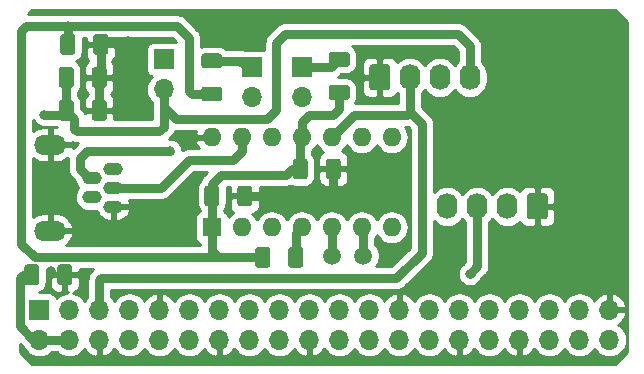
<source format=gbr>
G04 #@! TF.GenerationSoftware,KiCad,Pcbnew,5.1.2-f72e74a~84~ubuntu18.04.1*
G04 #@! TF.CreationDate,2021-05-31T02:13:38+02:00*
G04 #@! TF.ProjectId,USB_I2C_Iface,5553425f-4932-4435-9f49-666163652e6b,rev?*
G04 #@! TF.SameCoordinates,Original*
G04 #@! TF.FileFunction,Copper,L2,Bot*
G04 #@! TF.FilePolarity,Positive*
%FSLAX46Y46*%
G04 Gerber Fmt 4.6, Leading zero omitted, Abs format (unit mm)*
G04 Created by KiCad (PCBNEW 5.1.2-f72e74a~84~ubuntu18.04.1) date 2021-05-31 02:13:38*
%MOMM*%
%LPD*%
G04 APERTURE LIST*
%ADD10O,2.700000X1.700000*%
%ADD11O,1.650000X1.100000*%
%ADD12C,0.100000*%
%ADD13C,1.250000*%
%ADD14C,1.500000*%
%ADD15O,1.740000X2.200000*%
%ADD16C,1.740000*%
%ADD17R,1.700000X1.700000*%
%ADD18O,1.700000X1.700000*%
%ADD19R,1.600000X1.600000*%
%ADD20O,1.600000X1.600000*%
%ADD21C,0.800000*%
%ADD22C,0.750000*%
%ADD23C,0.254000*%
G04 APERTURE END LIST*
D10*
X49687000Y-52367000D03*
X49687000Y-45067000D03*
D11*
X55037000Y-50317000D03*
X53237000Y-49517000D03*
X55037000Y-48717000D03*
X53237000Y-47917000D03*
X55037000Y-47117000D03*
D12*
G36*
X71262504Y-46243204D02*
G01*
X71286773Y-46246804D01*
X71310571Y-46252765D01*
X71333671Y-46261030D01*
X71355849Y-46271520D01*
X71376893Y-46284133D01*
X71396598Y-46298747D01*
X71414777Y-46315223D01*
X71431253Y-46333402D01*
X71445867Y-46353107D01*
X71458480Y-46374151D01*
X71468970Y-46396329D01*
X71477235Y-46419429D01*
X71483196Y-46443227D01*
X71486796Y-46467496D01*
X71488000Y-46492000D01*
X71488000Y-47742000D01*
X71486796Y-47766504D01*
X71483196Y-47790773D01*
X71477235Y-47814571D01*
X71468970Y-47837671D01*
X71458480Y-47859849D01*
X71445867Y-47880893D01*
X71431253Y-47900598D01*
X71414777Y-47918777D01*
X71396598Y-47935253D01*
X71376893Y-47949867D01*
X71355849Y-47962480D01*
X71333671Y-47972970D01*
X71310571Y-47981235D01*
X71286773Y-47987196D01*
X71262504Y-47990796D01*
X71238000Y-47992000D01*
X70488000Y-47992000D01*
X70463496Y-47990796D01*
X70439227Y-47987196D01*
X70415429Y-47981235D01*
X70392329Y-47972970D01*
X70370151Y-47962480D01*
X70349107Y-47949867D01*
X70329402Y-47935253D01*
X70311223Y-47918777D01*
X70294747Y-47900598D01*
X70280133Y-47880893D01*
X70267520Y-47859849D01*
X70257030Y-47837671D01*
X70248765Y-47814571D01*
X70242804Y-47790773D01*
X70239204Y-47766504D01*
X70238000Y-47742000D01*
X70238000Y-46492000D01*
X70239204Y-46467496D01*
X70242804Y-46443227D01*
X70248765Y-46419429D01*
X70257030Y-46396329D01*
X70267520Y-46374151D01*
X70280133Y-46353107D01*
X70294747Y-46333402D01*
X70311223Y-46315223D01*
X70329402Y-46298747D01*
X70349107Y-46284133D01*
X70370151Y-46271520D01*
X70392329Y-46261030D01*
X70415429Y-46252765D01*
X70439227Y-46246804D01*
X70463496Y-46243204D01*
X70488000Y-46242000D01*
X71238000Y-46242000D01*
X71262504Y-46243204D01*
X71262504Y-46243204D01*
G37*
D13*
X70863000Y-47117000D03*
D12*
G36*
X74062504Y-46243204D02*
G01*
X74086773Y-46246804D01*
X74110571Y-46252765D01*
X74133671Y-46261030D01*
X74155849Y-46271520D01*
X74176893Y-46284133D01*
X74196598Y-46298747D01*
X74214777Y-46315223D01*
X74231253Y-46333402D01*
X74245867Y-46353107D01*
X74258480Y-46374151D01*
X74268970Y-46396329D01*
X74277235Y-46419429D01*
X74283196Y-46443227D01*
X74286796Y-46467496D01*
X74288000Y-46492000D01*
X74288000Y-47742000D01*
X74286796Y-47766504D01*
X74283196Y-47790773D01*
X74277235Y-47814571D01*
X74268970Y-47837671D01*
X74258480Y-47859849D01*
X74245867Y-47880893D01*
X74231253Y-47900598D01*
X74214777Y-47918777D01*
X74196598Y-47935253D01*
X74176893Y-47949867D01*
X74155849Y-47962480D01*
X74133671Y-47972970D01*
X74110571Y-47981235D01*
X74086773Y-47987196D01*
X74062504Y-47990796D01*
X74038000Y-47992000D01*
X73288000Y-47992000D01*
X73263496Y-47990796D01*
X73239227Y-47987196D01*
X73215429Y-47981235D01*
X73192329Y-47972970D01*
X73170151Y-47962480D01*
X73149107Y-47949867D01*
X73129402Y-47935253D01*
X73111223Y-47918777D01*
X73094747Y-47900598D01*
X73080133Y-47880893D01*
X73067520Y-47859849D01*
X73057030Y-47837671D01*
X73048765Y-47814571D01*
X73042804Y-47790773D01*
X73039204Y-47766504D01*
X73038000Y-47742000D01*
X73038000Y-46492000D01*
X73039204Y-46467496D01*
X73042804Y-46443227D01*
X73048765Y-46419429D01*
X73057030Y-46396329D01*
X73067520Y-46374151D01*
X73080133Y-46353107D01*
X73094747Y-46333402D01*
X73111223Y-46315223D01*
X73129402Y-46298747D01*
X73149107Y-46284133D01*
X73170151Y-46271520D01*
X73192329Y-46261030D01*
X73215429Y-46252765D01*
X73239227Y-46246804D01*
X73263496Y-46243204D01*
X73288000Y-46242000D01*
X74038000Y-46242000D01*
X74062504Y-46243204D01*
X74062504Y-46243204D01*
G37*
D13*
X73663000Y-47117000D03*
D12*
G36*
X66572504Y-48529204D02*
G01*
X66596773Y-48532804D01*
X66620571Y-48538765D01*
X66643671Y-48547030D01*
X66665849Y-48557520D01*
X66686893Y-48570133D01*
X66706598Y-48584747D01*
X66724777Y-48601223D01*
X66741253Y-48619402D01*
X66755867Y-48639107D01*
X66768480Y-48660151D01*
X66778970Y-48682329D01*
X66787235Y-48705429D01*
X66793196Y-48729227D01*
X66796796Y-48753496D01*
X66798000Y-48778000D01*
X66798000Y-50028000D01*
X66796796Y-50052504D01*
X66793196Y-50076773D01*
X66787235Y-50100571D01*
X66778970Y-50123671D01*
X66768480Y-50145849D01*
X66755867Y-50166893D01*
X66741253Y-50186598D01*
X66724777Y-50204777D01*
X66706598Y-50221253D01*
X66686893Y-50235867D01*
X66665849Y-50248480D01*
X66643671Y-50258970D01*
X66620571Y-50267235D01*
X66596773Y-50273196D01*
X66572504Y-50276796D01*
X66548000Y-50278000D01*
X65798000Y-50278000D01*
X65773496Y-50276796D01*
X65749227Y-50273196D01*
X65725429Y-50267235D01*
X65702329Y-50258970D01*
X65680151Y-50248480D01*
X65659107Y-50235867D01*
X65639402Y-50221253D01*
X65621223Y-50204777D01*
X65604747Y-50186598D01*
X65590133Y-50166893D01*
X65577520Y-50145849D01*
X65567030Y-50123671D01*
X65558765Y-50100571D01*
X65552804Y-50076773D01*
X65549204Y-50052504D01*
X65548000Y-50028000D01*
X65548000Y-48778000D01*
X65549204Y-48753496D01*
X65552804Y-48729227D01*
X65558765Y-48705429D01*
X65567030Y-48682329D01*
X65577520Y-48660151D01*
X65590133Y-48639107D01*
X65604747Y-48619402D01*
X65621223Y-48601223D01*
X65639402Y-48584747D01*
X65659107Y-48570133D01*
X65680151Y-48557520D01*
X65702329Y-48547030D01*
X65725429Y-48538765D01*
X65749227Y-48532804D01*
X65773496Y-48529204D01*
X65798000Y-48528000D01*
X66548000Y-48528000D01*
X66572504Y-48529204D01*
X66572504Y-48529204D01*
G37*
D13*
X66173000Y-49403000D03*
D12*
G36*
X63772504Y-48529204D02*
G01*
X63796773Y-48532804D01*
X63820571Y-48538765D01*
X63843671Y-48547030D01*
X63865849Y-48557520D01*
X63886893Y-48570133D01*
X63906598Y-48584747D01*
X63924777Y-48601223D01*
X63941253Y-48619402D01*
X63955867Y-48639107D01*
X63968480Y-48660151D01*
X63978970Y-48682329D01*
X63987235Y-48705429D01*
X63993196Y-48729227D01*
X63996796Y-48753496D01*
X63998000Y-48778000D01*
X63998000Y-50028000D01*
X63996796Y-50052504D01*
X63993196Y-50076773D01*
X63987235Y-50100571D01*
X63978970Y-50123671D01*
X63968480Y-50145849D01*
X63955867Y-50166893D01*
X63941253Y-50186598D01*
X63924777Y-50204777D01*
X63906598Y-50221253D01*
X63886893Y-50235867D01*
X63865849Y-50248480D01*
X63843671Y-50258970D01*
X63820571Y-50267235D01*
X63796773Y-50273196D01*
X63772504Y-50276796D01*
X63748000Y-50278000D01*
X62998000Y-50278000D01*
X62973496Y-50276796D01*
X62949227Y-50273196D01*
X62925429Y-50267235D01*
X62902329Y-50258970D01*
X62880151Y-50248480D01*
X62859107Y-50235867D01*
X62839402Y-50221253D01*
X62821223Y-50204777D01*
X62804747Y-50186598D01*
X62790133Y-50166893D01*
X62777520Y-50145849D01*
X62767030Y-50123671D01*
X62758765Y-50100571D01*
X62752804Y-50076773D01*
X62749204Y-50052504D01*
X62748000Y-50028000D01*
X62748000Y-48778000D01*
X62749204Y-48753496D01*
X62752804Y-48729227D01*
X62758765Y-48705429D01*
X62767030Y-48682329D01*
X62777520Y-48660151D01*
X62790133Y-48639107D01*
X62804747Y-48619402D01*
X62821223Y-48601223D01*
X62839402Y-48584747D01*
X62859107Y-48570133D01*
X62880151Y-48557520D01*
X62902329Y-48547030D01*
X62925429Y-48538765D01*
X62949227Y-48532804D01*
X62973496Y-48529204D01*
X62998000Y-48528000D01*
X63748000Y-48528000D01*
X63772504Y-48529204D01*
X63772504Y-48529204D01*
G37*
D13*
X63373000Y-49403000D03*
D12*
G36*
X51332504Y-55209404D02*
G01*
X51356773Y-55213004D01*
X51380571Y-55218965D01*
X51403671Y-55227230D01*
X51425849Y-55237720D01*
X51446893Y-55250333D01*
X51466598Y-55264947D01*
X51484777Y-55281423D01*
X51501253Y-55299602D01*
X51515867Y-55319307D01*
X51528480Y-55340351D01*
X51538970Y-55362529D01*
X51547235Y-55385629D01*
X51553196Y-55409427D01*
X51556796Y-55433696D01*
X51558000Y-55458200D01*
X51558000Y-56708200D01*
X51556796Y-56732704D01*
X51553196Y-56756973D01*
X51547235Y-56780771D01*
X51538970Y-56803871D01*
X51528480Y-56826049D01*
X51515867Y-56847093D01*
X51501253Y-56866798D01*
X51484777Y-56884977D01*
X51466598Y-56901453D01*
X51446893Y-56916067D01*
X51425849Y-56928680D01*
X51403671Y-56939170D01*
X51380571Y-56947435D01*
X51356773Y-56953396D01*
X51332504Y-56956996D01*
X51308000Y-56958200D01*
X50558000Y-56958200D01*
X50533496Y-56956996D01*
X50509227Y-56953396D01*
X50485429Y-56947435D01*
X50462329Y-56939170D01*
X50440151Y-56928680D01*
X50419107Y-56916067D01*
X50399402Y-56901453D01*
X50381223Y-56884977D01*
X50364747Y-56866798D01*
X50350133Y-56847093D01*
X50337520Y-56826049D01*
X50327030Y-56803871D01*
X50318765Y-56780771D01*
X50312804Y-56756973D01*
X50309204Y-56732704D01*
X50308000Y-56708200D01*
X50308000Y-55458200D01*
X50309204Y-55433696D01*
X50312804Y-55409427D01*
X50318765Y-55385629D01*
X50327030Y-55362529D01*
X50337520Y-55340351D01*
X50350133Y-55319307D01*
X50364747Y-55299602D01*
X50381223Y-55281423D01*
X50399402Y-55264947D01*
X50419107Y-55250333D01*
X50440151Y-55237720D01*
X50462329Y-55227230D01*
X50485429Y-55218965D01*
X50509227Y-55213004D01*
X50533496Y-55209404D01*
X50558000Y-55208200D01*
X51308000Y-55208200D01*
X51332504Y-55209404D01*
X51332504Y-55209404D01*
G37*
D13*
X50933000Y-56083200D03*
D12*
G36*
X48532504Y-55209404D02*
G01*
X48556773Y-55213004D01*
X48580571Y-55218965D01*
X48603671Y-55227230D01*
X48625849Y-55237720D01*
X48646893Y-55250333D01*
X48666598Y-55264947D01*
X48684777Y-55281423D01*
X48701253Y-55299602D01*
X48715867Y-55319307D01*
X48728480Y-55340351D01*
X48738970Y-55362529D01*
X48747235Y-55385629D01*
X48753196Y-55409427D01*
X48756796Y-55433696D01*
X48758000Y-55458200D01*
X48758000Y-56708200D01*
X48756796Y-56732704D01*
X48753196Y-56756973D01*
X48747235Y-56780771D01*
X48738970Y-56803871D01*
X48728480Y-56826049D01*
X48715867Y-56847093D01*
X48701253Y-56866798D01*
X48684777Y-56884977D01*
X48666598Y-56901453D01*
X48646893Y-56916067D01*
X48625849Y-56928680D01*
X48603671Y-56939170D01*
X48580571Y-56947435D01*
X48556773Y-56953396D01*
X48532504Y-56956996D01*
X48508000Y-56958200D01*
X47758000Y-56958200D01*
X47733496Y-56956996D01*
X47709227Y-56953396D01*
X47685429Y-56947435D01*
X47662329Y-56939170D01*
X47640151Y-56928680D01*
X47619107Y-56916067D01*
X47599402Y-56901453D01*
X47581223Y-56884977D01*
X47564747Y-56866798D01*
X47550133Y-56847093D01*
X47537520Y-56826049D01*
X47527030Y-56803871D01*
X47518765Y-56780771D01*
X47512804Y-56756973D01*
X47509204Y-56732704D01*
X47508000Y-56708200D01*
X47508000Y-55458200D01*
X47509204Y-55433696D01*
X47512804Y-55409427D01*
X47518765Y-55385629D01*
X47527030Y-55362529D01*
X47537520Y-55340351D01*
X47550133Y-55319307D01*
X47564747Y-55299602D01*
X47581223Y-55281423D01*
X47599402Y-55264947D01*
X47619107Y-55250333D01*
X47640151Y-55237720D01*
X47662329Y-55227230D01*
X47685429Y-55218965D01*
X47709227Y-55213004D01*
X47733496Y-55209404D01*
X47758000Y-55208200D01*
X48508000Y-55208200D01*
X48532504Y-55209404D01*
X48532504Y-55209404D01*
G37*
D13*
X48133000Y-56083200D03*
D12*
G36*
X54253504Y-38496204D02*
G01*
X54277773Y-38499804D01*
X54301571Y-38505765D01*
X54324671Y-38514030D01*
X54346849Y-38524520D01*
X54367893Y-38537133D01*
X54387598Y-38551747D01*
X54405777Y-38568223D01*
X54422253Y-38586402D01*
X54436867Y-38606107D01*
X54449480Y-38627151D01*
X54459970Y-38649329D01*
X54468235Y-38672429D01*
X54474196Y-38696227D01*
X54477796Y-38720496D01*
X54479000Y-38745000D01*
X54479000Y-39995000D01*
X54477796Y-40019504D01*
X54474196Y-40043773D01*
X54468235Y-40067571D01*
X54459970Y-40090671D01*
X54449480Y-40112849D01*
X54436867Y-40133893D01*
X54422253Y-40153598D01*
X54405777Y-40171777D01*
X54387598Y-40188253D01*
X54367893Y-40202867D01*
X54346849Y-40215480D01*
X54324671Y-40225970D01*
X54301571Y-40234235D01*
X54277773Y-40240196D01*
X54253504Y-40243796D01*
X54229000Y-40245000D01*
X53479000Y-40245000D01*
X53454496Y-40243796D01*
X53430227Y-40240196D01*
X53406429Y-40234235D01*
X53383329Y-40225970D01*
X53361151Y-40215480D01*
X53340107Y-40202867D01*
X53320402Y-40188253D01*
X53302223Y-40171777D01*
X53285747Y-40153598D01*
X53271133Y-40133893D01*
X53258520Y-40112849D01*
X53248030Y-40090671D01*
X53239765Y-40067571D01*
X53233804Y-40043773D01*
X53230204Y-40019504D01*
X53229000Y-39995000D01*
X53229000Y-38745000D01*
X53230204Y-38720496D01*
X53233804Y-38696227D01*
X53239765Y-38672429D01*
X53248030Y-38649329D01*
X53258520Y-38627151D01*
X53271133Y-38606107D01*
X53285747Y-38586402D01*
X53302223Y-38568223D01*
X53320402Y-38551747D01*
X53340107Y-38537133D01*
X53361151Y-38524520D01*
X53383329Y-38514030D01*
X53406429Y-38505765D01*
X53430227Y-38499804D01*
X53454496Y-38496204D01*
X53479000Y-38495000D01*
X54229000Y-38495000D01*
X54253504Y-38496204D01*
X54253504Y-38496204D01*
G37*
D13*
X53854000Y-39370000D03*
D12*
G36*
X51453504Y-38496204D02*
G01*
X51477773Y-38499804D01*
X51501571Y-38505765D01*
X51524671Y-38514030D01*
X51546849Y-38524520D01*
X51567893Y-38537133D01*
X51587598Y-38551747D01*
X51605777Y-38568223D01*
X51622253Y-38586402D01*
X51636867Y-38606107D01*
X51649480Y-38627151D01*
X51659970Y-38649329D01*
X51668235Y-38672429D01*
X51674196Y-38696227D01*
X51677796Y-38720496D01*
X51679000Y-38745000D01*
X51679000Y-39995000D01*
X51677796Y-40019504D01*
X51674196Y-40043773D01*
X51668235Y-40067571D01*
X51659970Y-40090671D01*
X51649480Y-40112849D01*
X51636867Y-40133893D01*
X51622253Y-40153598D01*
X51605777Y-40171777D01*
X51587598Y-40188253D01*
X51567893Y-40202867D01*
X51546849Y-40215480D01*
X51524671Y-40225970D01*
X51501571Y-40234235D01*
X51477773Y-40240196D01*
X51453504Y-40243796D01*
X51429000Y-40245000D01*
X50679000Y-40245000D01*
X50654496Y-40243796D01*
X50630227Y-40240196D01*
X50606429Y-40234235D01*
X50583329Y-40225970D01*
X50561151Y-40215480D01*
X50540107Y-40202867D01*
X50520402Y-40188253D01*
X50502223Y-40171777D01*
X50485747Y-40153598D01*
X50471133Y-40133893D01*
X50458520Y-40112849D01*
X50448030Y-40090671D01*
X50439765Y-40067571D01*
X50433804Y-40043773D01*
X50430204Y-40019504D01*
X50429000Y-39995000D01*
X50429000Y-38745000D01*
X50430204Y-38720496D01*
X50433804Y-38696227D01*
X50439765Y-38672429D01*
X50448030Y-38649329D01*
X50458520Y-38627151D01*
X50471133Y-38606107D01*
X50485747Y-38586402D01*
X50502223Y-38568223D01*
X50520402Y-38551747D01*
X50540107Y-38537133D01*
X50561151Y-38524520D01*
X50583329Y-38514030D01*
X50606429Y-38505765D01*
X50630227Y-38499804D01*
X50654496Y-38496204D01*
X50679000Y-38495000D01*
X51429000Y-38495000D01*
X51453504Y-38496204D01*
X51453504Y-38496204D01*
G37*
D13*
X51054000Y-39370000D03*
D12*
G36*
X51574504Y-35702204D02*
G01*
X51598773Y-35705804D01*
X51622571Y-35711765D01*
X51645671Y-35720030D01*
X51667849Y-35730520D01*
X51688893Y-35743133D01*
X51708598Y-35757747D01*
X51726777Y-35774223D01*
X51743253Y-35792402D01*
X51757867Y-35812107D01*
X51770480Y-35833151D01*
X51780970Y-35855329D01*
X51789235Y-35878429D01*
X51795196Y-35902227D01*
X51798796Y-35926496D01*
X51800000Y-35951000D01*
X51800000Y-37201000D01*
X51798796Y-37225504D01*
X51795196Y-37249773D01*
X51789235Y-37273571D01*
X51780970Y-37296671D01*
X51770480Y-37318849D01*
X51757867Y-37339893D01*
X51743253Y-37359598D01*
X51726777Y-37377777D01*
X51708598Y-37394253D01*
X51688893Y-37408867D01*
X51667849Y-37421480D01*
X51645671Y-37431970D01*
X51622571Y-37440235D01*
X51598773Y-37446196D01*
X51574504Y-37449796D01*
X51550000Y-37451000D01*
X50800000Y-37451000D01*
X50775496Y-37449796D01*
X50751227Y-37446196D01*
X50727429Y-37440235D01*
X50704329Y-37431970D01*
X50682151Y-37421480D01*
X50661107Y-37408867D01*
X50641402Y-37394253D01*
X50623223Y-37377777D01*
X50606747Y-37359598D01*
X50592133Y-37339893D01*
X50579520Y-37318849D01*
X50569030Y-37296671D01*
X50560765Y-37273571D01*
X50554804Y-37249773D01*
X50551204Y-37225504D01*
X50550000Y-37201000D01*
X50550000Y-35951000D01*
X50551204Y-35926496D01*
X50554804Y-35902227D01*
X50560765Y-35878429D01*
X50569030Y-35855329D01*
X50579520Y-35833151D01*
X50592133Y-35812107D01*
X50606747Y-35792402D01*
X50623223Y-35774223D01*
X50641402Y-35757747D01*
X50661107Y-35743133D01*
X50682151Y-35730520D01*
X50704329Y-35720030D01*
X50727429Y-35711765D01*
X50751227Y-35705804D01*
X50775496Y-35702204D01*
X50800000Y-35701000D01*
X51550000Y-35701000D01*
X51574504Y-35702204D01*
X51574504Y-35702204D01*
G37*
D13*
X51175000Y-36576000D03*
D12*
G36*
X54374504Y-35702204D02*
G01*
X54398773Y-35705804D01*
X54422571Y-35711765D01*
X54445671Y-35720030D01*
X54467849Y-35730520D01*
X54488893Y-35743133D01*
X54508598Y-35757747D01*
X54526777Y-35774223D01*
X54543253Y-35792402D01*
X54557867Y-35812107D01*
X54570480Y-35833151D01*
X54580970Y-35855329D01*
X54589235Y-35878429D01*
X54595196Y-35902227D01*
X54598796Y-35926496D01*
X54600000Y-35951000D01*
X54600000Y-37201000D01*
X54598796Y-37225504D01*
X54595196Y-37249773D01*
X54589235Y-37273571D01*
X54580970Y-37296671D01*
X54570480Y-37318849D01*
X54557867Y-37339893D01*
X54543253Y-37359598D01*
X54526777Y-37377777D01*
X54508598Y-37394253D01*
X54488893Y-37408867D01*
X54467849Y-37421480D01*
X54445671Y-37431970D01*
X54422571Y-37440235D01*
X54398773Y-37446196D01*
X54374504Y-37449796D01*
X54350000Y-37451000D01*
X53600000Y-37451000D01*
X53575496Y-37449796D01*
X53551227Y-37446196D01*
X53527429Y-37440235D01*
X53504329Y-37431970D01*
X53482151Y-37421480D01*
X53461107Y-37408867D01*
X53441402Y-37394253D01*
X53423223Y-37377777D01*
X53406747Y-37359598D01*
X53392133Y-37339893D01*
X53379520Y-37318849D01*
X53369030Y-37296671D01*
X53360765Y-37273571D01*
X53354804Y-37249773D01*
X53351204Y-37225504D01*
X53350000Y-37201000D01*
X53350000Y-35951000D01*
X53351204Y-35926496D01*
X53354804Y-35902227D01*
X53360765Y-35878429D01*
X53369030Y-35855329D01*
X53379520Y-35833151D01*
X53392133Y-35812107D01*
X53406747Y-35792402D01*
X53423223Y-35774223D01*
X53441402Y-35757747D01*
X53461107Y-35743133D01*
X53482151Y-35730520D01*
X53504329Y-35720030D01*
X53527429Y-35711765D01*
X53551227Y-35705804D01*
X53575496Y-35702204D01*
X53600000Y-35701000D01*
X54350000Y-35701000D01*
X54374504Y-35702204D01*
X54374504Y-35702204D01*
G37*
D13*
X53975000Y-36576000D03*
D12*
G36*
X54247504Y-41290204D02*
G01*
X54271773Y-41293804D01*
X54295571Y-41299765D01*
X54318671Y-41308030D01*
X54340849Y-41318520D01*
X54361893Y-41331133D01*
X54381598Y-41345747D01*
X54399777Y-41362223D01*
X54416253Y-41380402D01*
X54430867Y-41400107D01*
X54443480Y-41421151D01*
X54453970Y-41443329D01*
X54462235Y-41466429D01*
X54468196Y-41490227D01*
X54471796Y-41514496D01*
X54473000Y-41539000D01*
X54473000Y-42789000D01*
X54471796Y-42813504D01*
X54468196Y-42837773D01*
X54462235Y-42861571D01*
X54453970Y-42884671D01*
X54443480Y-42906849D01*
X54430867Y-42927893D01*
X54416253Y-42947598D01*
X54399777Y-42965777D01*
X54381598Y-42982253D01*
X54361893Y-42996867D01*
X54340849Y-43009480D01*
X54318671Y-43019970D01*
X54295571Y-43028235D01*
X54271773Y-43034196D01*
X54247504Y-43037796D01*
X54223000Y-43039000D01*
X53473000Y-43039000D01*
X53448496Y-43037796D01*
X53424227Y-43034196D01*
X53400429Y-43028235D01*
X53377329Y-43019970D01*
X53355151Y-43009480D01*
X53334107Y-42996867D01*
X53314402Y-42982253D01*
X53296223Y-42965777D01*
X53279747Y-42947598D01*
X53265133Y-42927893D01*
X53252520Y-42906849D01*
X53242030Y-42884671D01*
X53233765Y-42861571D01*
X53227804Y-42837773D01*
X53224204Y-42813504D01*
X53223000Y-42789000D01*
X53223000Y-41539000D01*
X53224204Y-41514496D01*
X53227804Y-41490227D01*
X53233765Y-41466429D01*
X53242030Y-41443329D01*
X53252520Y-41421151D01*
X53265133Y-41400107D01*
X53279747Y-41380402D01*
X53296223Y-41362223D01*
X53314402Y-41345747D01*
X53334107Y-41331133D01*
X53355151Y-41318520D01*
X53377329Y-41308030D01*
X53400429Y-41299765D01*
X53424227Y-41293804D01*
X53448496Y-41290204D01*
X53473000Y-41289000D01*
X54223000Y-41289000D01*
X54247504Y-41290204D01*
X54247504Y-41290204D01*
G37*
D13*
X53848000Y-42164000D03*
D12*
G36*
X51447504Y-41290204D02*
G01*
X51471773Y-41293804D01*
X51495571Y-41299765D01*
X51518671Y-41308030D01*
X51540849Y-41318520D01*
X51561893Y-41331133D01*
X51581598Y-41345747D01*
X51599777Y-41362223D01*
X51616253Y-41380402D01*
X51630867Y-41400107D01*
X51643480Y-41421151D01*
X51653970Y-41443329D01*
X51662235Y-41466429D01*
X51668196Y-41490227D01*
X51671796Y-41514496D01*
X51673000Y-41539000D01*
X51673000Y-42789000D01*
X51671796Y-42813504D01*
X51668196Y-42837773D01*
X51662235Y-42861571D01*
X51653970Y-42884671D01*
X51643480Y-42906849D01*
X51630867Y-42927893D01*
X51616253Y-42947598D01*
X51599777Y-42965777D01*
X51581598Y-42982253D01*
X51561893Y-42996867D01*
X51540849Y-43009480D01*
X51518671Y-43019970D01*
X51495571Y-43028235D01*
X51471773Y-43034196D01*
X51447504Y-43037796D01*
X51423000Y-43039000D01*
X50673000Y-43039000D01*
X50648496Y-43037796D01*
X50624227Y-43034196D01*
X50600429Y-43028235D01*
X50577329Y-43019970D01*
X50555151Y-43009480D01*
X50534107Y-42996867D01*
X50514402Y-42982253D01*
X50496223Y-42965777D01*
X50479747Y-42947598D01*
X50465133Y-42927893D01*
X50452520Y-42906849D01*
X50442030Y-42884671D01*
X50433765Y-42861571D01*
X50427804Y-42837773D01*
X50424204Y-42813504D01*
X50423000Y-42789000D01*
X50423000Y-41539000D01*
X50424204Y-41514496D01*
X50427804Y-41490227D01*
X50433765Y-41466429D01*
X50442030Y-41443329D01*
X50452520Y-41421151D01*
X50465133Y-41400107D01*
X50479747Y-41380402D01*
X50496223Y-41362223D01*
X50514402Y-41345747D01*
X50534107Y-41331133D01*
X50555151Y-41318520D01*
X50577329Y-41308030D01*
X50600429Y-41299765D01*
X50624227Y-41293804D01*
X50648496Y-41290204D01*
X50673000Y-41289000D01*
X51423000Y-41289000D01*
X51447504Y-41290204D01*
X51447504Y-41290204D01*
G37*
D13*
X51048000Y-42164000D03*
D14*
X73533000Y-54483000D03*
X76200000Y-54483000D03*
D15*
X83312000Y-50292000D03*
X85852000Y-50292000D03*
X88392000Y-50292000D03*
D12*
G36*
X91576505Y-49193204D02*
G01*
X91600773Y-49196804D01*
X91624572Y-49202765D01*
X91647671Y-49211030D01*
X91669850Y-49221520D01*
X91690893Y-49234132D01*
X91710599Y-49248747D01*
X91728777Y-49265223D01*
X91745253Y-49283401D01*
X91759868Y-49303107D01*
X91772480Y-49324150D01*
X91782970Y-49346329D01*
X91791235Y-49369428D01*
X91797196Y-49393227D01*
X91800796Y-49417495D01*
X91802000Y-49441999D01*
X91802000Y-51142001D01*
X91800796Y-51166505D01*
X91797196Y-51190773D01*
X91791235Y-51214572D01*
X91782970Y-51237671D01*
X91772480Y-51259850D01*
X91759868Y-51280893D01*
X91745253Y-51300599D01*
X91728777Y-51318777D01*
X91710599Y-51335253D01*
X91690893Y-51349868D01*
X91669850Y-51362480D01*
X91647671Y-51372970D01*
X91624572Y-51381235D01*
X91600773Y-51387196D01*
X91576505Y-51390796D01*
X91552001Y-51392000D01*
X90311999Y-51392000D01*
X90287495Y-51390796D01*
X90263227Y-51387196D01*
X90239428Y-51381235D01*
X90216329Y-51372970D01*
X90194150Y-51362480D01*
X90173107Y-51349868D01*
X90153401Y-51335253D01*
X90135223Y-51318777D01*
X90118747Y-51300599D01*
X90104132Y-51280893D01*
X90091520Y-51259850D01*
X90081030Y-51237671D01*
X90072765Y-51214572D01*
X90066804Y-51190773D01*
X90063204Y-51166505D01*
X90062000Y-51142001D01*
X90062000Y-49441999D01*
X90063204Y-49417495D01*
X90066804Y-49393227D01*
X90072765Y-49369428D01*
X90081030Y-49346329D01*
X90091520Y-49324150D01*
X90104132Y-49303107D01*
X90118747Y-49283401D01*
X90135223Y-49265223D01*
X90153401Y-49248747D01*
X90173107Y-49234132D01*
X90194150Y-49221520D01*
X90216329Y-49211030D01*
X90239428Y-49202765D01*
X90263227Y-49196804D01*
X90287495Y-49193204D01*
X90311999Y-49192000D01*
X91552001Y-49192000D01*
X91576505Y-49193204D01*
X91576505Y-49193204D01*
G37*
D16*
X90932000Y-50292000D03*
D12*
G36*
X78241505Y-38271204D02*
G01*
X78265773Y-38274804D01*
X78289572Y-38280765D01*
X78312671Y-38289030D01*
X78334850Y-38299520D01*
X78355893Y-38312132D01*
X78375599Y-38326747D01*
X78393777Y-38343223D01*
X78410253Y-38361401D01*
X78424868Y-38381107D01*
X78437480Y-38402150D01*
X78447970Y-38424329D01*
X78456235Y-38447428D01*
X78462196Y-38471227D01*
X78465796Y-38495495D01*
X78467000Y-38519999D01*
X78467000Y-40220001D01*
X78465796Y-40244505D01*
X78462196Y-40268773D01*
X78456235Y-40292572D01*
X78447970Y-40315671D01*
X78437480Y-40337850D01*
X78424868Y-40358893D01*
X78410253Y-40378599D01*
X78393777Y-40396777D01*
X78375599Y-40413253D01*
X78355893Y-40427868D01*
X78334850Y-40440480D01*
X78312671Y-40450970D01*
X78289572Y-40459235D01*
X78265773Y-40465196D01*
X78241505Y-40468796D01*
X78217001Y-40470000D01*
X76976999Y-40470000D01*
X76952495Y-40468796D01*
X76928227Y-40465196D01*
X76904428Y-40459235D01*
X76881329Y-40450970D01*
X76859150Y-40440480D01*
X76838107Y-40427868D01*
X76818401Y-40413253D01*
X76800223Y-40396777D01*
X76783747Y-40378599D01*
X76769132Y-40358893D01*
X76756520Y-40337850D01*
X76746030Y-40315671D01*
X76737765Y-40292572D01*
X76731804Y-40268773D01*
X76728204Y-40244505D01*
X76727000Y-40220001D01*
X76727000Y-38519999D01*
X76728204Y-38495495D01*
X76731804Y-38471227D01*
X76737765Y-38447428D01*
X76746030Y-38424329D01*
X76756520Y-38402150D01*
X76769132Y-38381107D01*
X76783747Y-38361401D01*
X76800223Y-38343223D01*
X76818401Y-38326747D01*
X76838107Y-38312132D01*
X76859150Y-38299520D01*
X76881329Y-38289030D01*
X76904428Y-38280765D01*
X76928227Y-38274804D01*
X76952495Y-38271204D01*
X76976999Y-38270000D01*
X78217001Y-38270000D01*
X78241505Y-38271204D01*
X78241505Y-38271204D01*
G37*
D16*
X77597000Y-39370000D03*
D15*
X80137000Y-39370000D03*
X82677000Y-39370000D03*
X85217000Y-39370000D03*
D17*
X48768000Y-59055000D03*
D18*
X48768000Y-61595000D03*
X51308000Y-59055000D03*
X51308000Y-61595000D03*
X53848000Y-59055000D03*
X53848000Y-61595000D03*
X56388000Y-59055000D03*
X56388000Y-61595000D03*
X58928000Y-59055000D03*
X58928000Y-61595000D03*
X61468000Y-59055000D03*
X61468000Y-61595000D03*
X64008000Y-59055000D03*
X64008000Y-61595000D03*
X66548000Y-59055000D03*
X66548000Y-61595000D03*
X69088000Y-59055000D03*
X69088000Y-61595000D03*
X71628000Y-59055000D03*
X71628000Y-61595000D03*
X74168000Y-59055000D03*
X74168000Y-61595000D03*
X76708000Y-59055000D03*
X76708000Y-61595000D03*
X79248000Y-59055000D03*
X79248000Y-61595000D03*
X81788000Y-59055000D03*
X81788000Y-61595000D03*
X84328000Y-59055000D03*
X84328000Y-61595000D03*
X86868000Y-59055000D03*
X86868000Y-61595000D03*
X89408000Y-59055000D03*
X89408000Y-61595000D03*
X91948000Y-59055000D03*
X91948000Y-61595000D03*
X94488000Y-59055000D03*
X94488000Y-61595000D03*
X97028000Y-59055000D03*
X97028000Y-61595000D03*
D17*
X59309000Y-37846000D03*
D18*
X59309000Y-40386000D03*
D12*
G36*
X68087504Y-53736204D02*
G01*
X68111773Y-53739804D01*
X68135571Y-53745765D01*
X68158671Y-53754030D01*
X68180849Y-53764520D01*
X68201893Y-53777133D01*
X68221598Y-53791747D01*
X68239777Y-53808223D01*
X68256253Y-53826402D01*
X68270867Y-53846107D01*
X68283480Y-53867151D01*
X68293970Y-53889329D01*
X68302235Y-53912429D01*
X68308196Y-53936227D01*
X68311796Y-53960496D01*
X68313000Y-53985000D01*
X68313000Y-55235000D01*
X68311796Y-55259504D01*
X68308196Y-55283773D01*
X68302235Y-55307571D01*
X68293970Y-55330671D01*
X68283480Y-55352849D01*
X68270867Y-55373893D01*
X68256253Y-55393598D01*
X68239777Y-55411777D01*
X68221598Y-55428253D01*
X68201893Y-55442867D01*
X68180849Y-55455480D01*
X68158671Y-55465970D01*
X68135571Y-55474235D01*
X68111773Y-55480196D01*
X68087504Y-55483796D01*
X68063000Y-55485000D01*
X67313000Y-55485000D01*
X67288496Y-55483796D01*
X67264227Y-55480196D01*
X67240429Y-55474235D01*
X67217329Y-55465970D01*
X67195151Y-55455480D01*
X67174107Y-55442867D01*
X67154402Y-55428253D01*
X67136223Y-55411777D01*
X67119747Y-55393598D01*
X67105133Y-55373893D01*
X67092520Y-55352849D01*
X67082030Y-55330671D01*
X67073765Y-55307571D01*
X67067804Y-55283773D01*
X67064204Y-55259504D01*
X67063000Y-55235000D01*
X67063000Y-53985000D01*
X67064204Y-53960496D01*
X67067804Y-53936227D01*
X67073765Y-53912429D01*
X67082030Y-53889329D01*
X67092520Y-53867151D01*
X67105133Y-53846107D01*
X67119747Y-53826402D01*
X67136223Y-53808223D01*
X67154402Y-53791747D01*
X67174107Y-53777133D01*
X67195151Y-53764520D01*
X67217329Y-53754030D01*
X67240429Y-53745765D01*
X67264227Y-53739804D01*
X67288496Y-53736204D01*
X67313000Y-53735000D01*
X68063000Y-53735000D01*
X68087504Y-53736204D01*
X68087504Y-53736204D01*
G37*
D13*
X67688000Y-54610000D03*
D12*
G36*
X70887504Y-53736204D02*
G01*
X70911773Y-53739804D01*
X70935571Y-53745765D01*
X70958671Y-53754030D01*
X70980849Y-53764520D01*
X71001893Y-53777133D01*
X71021598Y-53791747D01*
X71039777Y-53808223D01*
X71056253Y-53826402D01*
X71070867Y-53846107D01*
X71083480Y-53867151D01*
X71093970Y-53889329D01*
X71102235Y-53912429D01*
X71108196Y-53936227D01*
X71111796Y-53960496D01*
X71113000Y-53985000D01*
X71113000Y-55235000D01*
X71111796Y-55259504D01*
X71108196Y-55283773D01*
X71102235Y-55307571D01*
X71093970Y-55330671D01*
X71083480Y-55352849D01*
X71070867Y-55373893D01*
X71056253Y-55393598D01*
X71039777Y-55411777D01*
X71021598Y-55428253D01*
X71001893Y-55442867D01*
X70980849Y-55455480D01*
X70958671Y-55465970D01*
X70935571Y-55474235D01*
X70911773Y-55480196D01*
X70887504Y-55483796D01*
X70863000Y-55485000D01*
X70113000Y-55485000D01*
X70088496Y-55483796D01*
X70064227Y-55480196D01*
X70040429Y-55474235D01*
X70017329Y-55465970D01*
X69995151Y-55455480D01*
X69974107Y-55442867D01*
X69954402Y-55428253D01*
X69936223Y-55411777D01*
X69919747Y-55393598D01*
X69905133Y-55373893D01*
X69892520Y-55352849D01*
X69882030Y-55330671D01*
X69873765Y-55307571D01*
X69867804Y-55283773D01*
X69864204Y-55259504D01*
X69863000Y-55235000D01*
X69863000Y-53985000D01*
X69864204Y-53960496D01*
X69867804Y-53936227D01*
X69873765Y-53912429D01*
X69882030Y-53889329D01*
X69892520Y-53867151D01*
X69905133Y-53846107D01*
X69919747Y-53826402D01*
X69936223Y-53808223D01*
X69954402Y-53791747D01*
X69974107Y-53777133D01*
X69995151Y-53764520D01*
X70017329Y-53754030D01*
X70040429Y-53745765D01*
X70064227Y-53739804D01*
X70088496Y-53736204D01*
X70113000Y-53735000D01*
X70863000Y-53735000D01*
X70887504Y-53736204D01*
X70887504Y-53736204D01*
G37*
D13*
X70488000Y-54610000D03*
D12*
G36*
X64022504Y-37349204D02*
G01*
X64046773Y-37352804D01*
X64070571Y-37358765D01*
X64093671Y-37367030D01*
X64115849Y-37377520D01*
X64136893Y-37390133D01*
X64156598Y-37404747D01*
X64174777Y-37421223D01*
X64191253Y-37439402D01*
X64205867Y-37459107D01*
X64218480Y-37480151D01*
X64228970Y-37502329D01*
X64237235Y-37525429D01*
X64243196Y-37549227D01*
X64246796Y-37573496D01*
X64248000Y-37598000D01*
X64248000Y-38348000D01*
X64246796Y-38372504D01*
X64243196Y-38396773D01*
X64237235Y-38420571D01*
X64228970Y-38443671D01*
X64218480Y-38465849D01*
X64205867Y-38486893D01*
X64191253Y-38506598D01*
X64174777Y-38524777D01*
X64156598Y-38541253D01*
X64136893Y-38555867D01*
X64115849Y-38568480D01*
X64093671Y-38578970D01*
X64070571Y-38587235D01*
X64046773Y-38593196D01*
X64022504Y-38596796D01*
X63998000Y-38598000D01*
X62748000Y-38598000D01*
X62723496Y-38596796D01*
X62699227Y-38593196D01*
X62675429Y-38587235D01*
X62652329Y-38578970D01*
X62630151Y-38568480D01*
X62609107Y-38555867D01*
X62589402Y-38541253D01*
X62571223Y-38524777D01*
X62554747Y-38506598D01*
X62540133Y-38486893D01*
X62527520Y-38465849D01*
X62517030Y-38443671D01*
X62508765Y-38420571D01*
X62502804Y-38396773D01*
X62499204Y-38372504D01*
X62498000Y-38348000D01*
X62498000Y-37598000D01*
X62499204Y-37573496D01*
X62502804Y-37549227D01*
X62508765Y-37525429D01*
X62517030Y-37502329D01*
X62527520Y-37480151D01*
X62540133Y-37459107D01*
X62554747Y-37439402D01*
X62571223Y-37421223D01*
X62589402Y-37404747D01*
X62609107Y-37390133D01*
X62630151Y-37377520D01*
X62652329Y-37367030D01*
X62675429Y-37358765D01*
X62699227Y-37352804D01*
X62723496Y-37349204D01*
X62748000Y-37348000D01*
X63998000Y-37348000D01*
X64022504Y-37349204D01*
X64022504Y-37349204D01*
G37*
D13*
X63373000Y-37973000D03*
D12*
G36*
X64022504Y-40149204D02*
G01*
X64046773Y-40152804D01*
X64070571Y-40158765D01*
X64093671Y-40167030D01*
X64115849Y-40177520D01*
X64136893Y-40190133D01*
X64156598Y-40204747D01*
X64174777Y-40221223D01*
X64191253Y-40239402D01*
X64205867Y-40259107D01*
X64218480Y-40280151D01*
X64228970Y-40302329D01*
X64237235Y-40325429D01*
X64243196Y-40349227D01*
X64246796Y-40373496D01*
X64248000Y-40398000D01*
X64248000Y-41148000D01*
X64246796Y-41172504D01*
X64243196Y-41196773D01*
X64237235Y-41220571D01*
X64228970Y-41243671D01*
X64218480Y-41265849D01*
X64205867Y-41286893D01*
X64191253Y-41306598D01*
X64174777Y-41324777D01*
X64156598Y-41341253D01*
X64136893Y-41355867D01*
X64115849Y-41368480D01*
X64093671Y-41378970D01*
X64070571Y-41387235D01*
X64046773Y-41393196D01*
X64022504Y-41396796D01*
X63998000Y-41398000D01*
X62748000Y-41398000D01*
X62723496Y-41396796D01*
X62699227Y-41393196D01*
X62675429Y-41387235D01*
X62652329Y-41378970D01*
X62630151Y-41368480D01*
X62609107Y-41355867D01*
X62589402Y-41341253D01*
X62571223Y-41324777D01*
X62554747Y-41306598D01*
X62540133Y-41286893D01*
X62527520Y-41265849D01*
X62517030Y-41243671D01*
X62508765Y-41220571D01*
X62502804Y-41196773D01*
X62499204Y-41172504D01*
X62498000Y-41148000D01*
X62498000Y-40398000D01*
X62499204Y-40373496D01*
X62502804Y-40349227D01*
X62508765Y-40325429D01*
X62517030Y-40302329D01*
X62527520Y-40280151D01*
X62540133Y-40259107D01*
X62554747Y-40239402D01*
X62571223Y-40221223D01*
X62589402Y-40204747D01*
X62609107Y-40190133D01*
X62630151Y-40177520D01*
X62652329Y-40167030D01*
X62675429Y-40158765D01*
X62699227Y-40152804D01*
X62723496Y-40149204D01*
X62748000Y-40148000D01*
X63998000Y-40148000D01*
X64022504Y-40149204D01*
X64022504Y-40149204D01*
G37*
D13*
X63373000Y-40773000D03*
D12*
G36*
X74817504Y-40016204D02*
G01*
X74841773Y-40019804D01*
X74865571Y-40025765D01*
X74888671Y-40034030D01*
X74910849Y-40044520D01*
X74931893Y-40057133D01*
X74951598Y-40071747D01*
X74969777Y-40088223D01*
X74986253Y-40106402D01*
X75000867Y-40126107D01*
X75013480Y-40147151D01*
X75023970Y-40169329D01*
X75032235Y-40192429D01*
X75038196Y-40216227D01*
X75041796Y-40240496D01*
X75043000Y-40265000D01*
X75043000Y-41015000D01*
X75041796Y-41039504D01*
X75038196Y-41063773D01*
X75032235Y-41087571D01*
X75023970Y-41110671D01*
X75013480Y-41132849D01*
X75000867Y-41153893D01*
X74986253Y-41173598D01*
X74969777Y-41191777D01*
X74951598Y-41208253D01*
X74931893Y-41222867D01*
X74910849Y-41235480D01*
X74888671Y-41245970D01*
X74865571Y-41254235D01*
X74841773Y-41260196D01*
X74817504Y-41263796D01*
X74793000Y-41265000D01*
X73543000Y-41265000D01*
X73518496Y-41263796D01*
X73494227Y-41260196D01*
X73470429Y-41254235D01*
X73447329Y-41245970D01*
X73425151Y-41235480D01*
X73404107Y-41222867D01*
X73384402Y-41208253D01*
X73366223Y-41191777D01*
X73349747Y-41173598D01*
X73335133Y-41153893D01*
X73322520Y-41132849D01*
X73312030Y-41110671D01*
X73303765Y-41087571D01*
X73297804Y-41063773D01*
X73294204Y-41039504D01*
X73293000Y-41015000D01*
X73293000Y-40265000D01*
X73294204Y-40240496D01*
X73297804Y-40216227D01*
X73303765Y-40192429D01*
X73312030Y-40169329D01*
X73322520Y-40147151D01*
X73335133Y-40126107D01*
X73349747Y-40106402D01*
X73366223Y-40088223D01*
X73384402Y-40071747D01*
X73404107Y-40057133D01*
X73425151Y-40044520D01*
X73447329Y-40034030D01*
X73470429Y-40025765D01*
X73494227Y-40019804D01*
X73518496Y-40016204D01*
X73543000Y-40015000D01*
X74793000Y-40015000D01*
X74817504Y-40016204D01*
X74817504Y-40016204D01*
G37*
D13*
X74168000Y-40640000D03*
D12*
G36*
X74817504Y-37216204D02*
G01*
X74841773Y-37219804D01*
X74865571Y-37225765D01*
X74888671Y-37234030D01*
X74910849Y-37244520D01*
X74931893Y-37257133D01*
X74951598Y-37271747D01*
X74969777Y-37288223D01*
X74986253Y-37306402D01*
X75000867Y-37326107D01*
X75013480Y-37347151D01*
X75023970Y-37369329D01*
X75032235Y-37392429D01*
X75038196Y-37416227D01*
X75041796Y-37440496D01*
X75043000Y-37465000D01*
X75043000Y-38215000D01*
X75041796Y-38239504D01*
X75038196Y-38263773D01*
X75032235Y-38287571D01*
X75023970Y-38310671D01*
X75013480Y-38332849D01*
X75000867Y-38353893D01*
X74986253Y-38373598D01*
X74969777Y-38391777D01*
X74951598Y-38408253D01*
X74931893Y-38422867D01*
X74910849Y-38435480D01*
X74888671Y-38445970D01*
X74865571Y-38454235D01*
X74841773Y-38460196D01*
X74817504Y-38463796D01*
X74793000Y-38465000D01*
X73543000Y-38465000D01*
X73518496Y-38463796D01*
X73494227Y-38460196D01*
X73470429Y-38454235D01*
X73447329Y-38445970D01*
X73425151Y-38435480D01*
X73404107Y-38422867D01*
X73384402Y-38408253D01*
X73366223Y-38391777D01*
X73349747Y-38373598D01*
X73335133Y-38353893D01*
X73322520Y-38332849D01*
X73312030Y-38310671D01*
X73303765Y-38287571D01*
X73297804Y-38263773D01*
X73294204Y-38239504D01*
X73293000Y-38215000D01*
X73293000Y-37465000D01*
X73294204Y-37440496D01*
X73297804Y-37416227D01*
X73303765Y-37392429D01*
X73312030Y-37369329D01*
X73322520Y-37347151D01*
X73335133Y-37326107D01*
X73349747Y-37306402D01*
X73366223Y-37288223D01*
X73384402Y-37271747D01*
X73404107Y-37257133D01*
X73425151Y-37244520D01*
X73447329Y-37234030D01*
X73470429Y-37225765D01*
X73494227Y-37219804D01*
X73518496Y-37216204D01*
X73543000Y-37215000D01*
X74793000Y-37215000D01*
X74817504Y-37216204D01*
X74817504Y-37216204D01*
G37*
D13*
X74168000Y-37840000D03*
D19*
X63373000Y-52070000D03*
D20*
X78613000Y-44450000D03*
X65913000Y-52070000D03*
X76073000Y-44450000D03*
X68453000Y-52070000D03*
X73533000Y-44450000D03*
X70993000Y-52070000D03*
X70993000Y-44450000D03*
X73533000Y-52070000D03*
X68453000Y-44450000D03*
X76073000Y-52070000D03*
X65913000Y-44450000D03*
X78613000Y-52070000D03*
X63373000Y-44450000D03*
D18*
X70993000Y-41068001D03*
D17*
X70993000Y-38528001D03*
X66800001Y-38528001D03*
D18*
X66800001Y-41068001D03*
D21*
X51181000Y-35052000D03*
X56261000Y-36322000D03*
X56261000Y-36322000D03*
X78841600Y-46482000D03*
X76708000Y-46888400D03*
X49784000Y-55753000D03*
X49174000Y-42520000D03*
X59817000Y-45593000D03*
X85217000Y-56007000D03*
D22*
X63373000Y-49403000D02*
X63373000Y-52070000D01*
X70863000Y-44580000D02*
X70993000Y-44450000D01*
X70863000Y-47117000D02*
X70863000Y-44580000D01*
X63373000Y-54102000D02*
X63373000Y-52070000D01*
X63881000Y-54610000D02*
X63373000Y-54102000D01*
X70138000Y-47117000D02*
X70863000Y-47117000D01*
X63373000Y-48387000D02*
X64135000Y-47625000D01*
X69630000Y-47625000D02*
X70138000Y-47117000D01*
X64135000Y-47625000D02*
X69630000Y-47625000D01*
X63373000Y-49403000D02*
X63373000Y-48387000D01*
X51175000Y-35601000D02*
X51181000Y-35595000D01*
X51175000Y-36576000D02*
X51175000Y-35601000D01*
X51181000Y-35595000D02*
X51181000Y-35052000D01*
X61728000Y-40773000D02*
X63373000Y-40773000D01*
X61468000Y-40513000D02*
X61728000Y-40773000D01*
X61468000Y-36068000D02*
X61468000Y-40513000D01*
X51181000Y-35052000D02*
X60452000Y-35052000D01*
X60452000Y-35052000D02*
X61468000Y-36068000D01*
X74168000Y-42037000D02*
X74168000Y-40640000D01*
X71628000Y-42545000D02*
X73660000Y-42545000D01*
X73660000Y-42545000D02*
X74168000Y-42037000D01*
X70993000Y-44450000D02*
X70993000Y-43180000D01*
X70993000Y-43180000D02*
X71628000Y-42545000D01*
X64389000Y-54610000D02*
X63881000Y-54610000D01*
X67688000Y-54610000D02*
X64389000Y-54610000D01*
X47244000Y-35433000D02*
X47625000Y-35052000D01*
X64389000Y-54610000D02*
X48387000Y-54610000D01*
X47625000Y-35052000D02*
X51181000Y-35052000D01*
X47244000Y-53467000D02*
X47244000Y-35433000D01*
X48387000Y-54610000D02*
X47244000Y-53467000D01*
X53975000Y-39249000D02*
X53854000Y-39370000D01*
X53975000Y-36576000D02*
X53975000Y-39249000D01*
X53848000Y-39376000D02*
X53854000Y-39370000D01*
X53848000Y-42164000D02*
X53848000Y-39376000D01*
X73663000Y-48765000D02*
X73663000Y-47117000D01*
X66173000Y-49403000D02*
X73025000Y-49403000D01*
X73025000Y-49403000D02*
X73663000Y-48765000D01*
X53975000Y-36068000D02*
X54040990Y-36002010D01*
X53975000Y-36576000D02*
X53975000Y-36068000D01*
X54360980Y-36322000D02*
X56261000Y-36322000D01*
X54040990Y-36002010D02*
X54360980Y-36322000D01*
X51048000Y-39376000D02*
X51054000Y-39370000D01*
X51048000Y-42164000D02*
X51048000Y-39376000D01*
X50692000Y-42520000D02*
X51048000Y-42164000D01*
X49174000Y-42520000D02*
X50692000Y-42520000D01*
X59309000Y-40386000D02*
X59309000Y-41588081D01*
X51743710Y-42859710D02*
X51048000Y-42164000D01*
X51943000Y-43942000D02*
X51743710Y-43742710D01*
X51743710Y-43742710D02*
X51743710Y-42859710D01*
X58928000Y-43942000D02*
X51943000Y-43942000D01*
X59309000Y-43561000D02*
X58928000Y-43942000D01*
X68834000Y-36449000D02*
X69596000Y-35687000D01*
X69596000Y-35687000D02*
X84201000Y-35687000D01*
X85217000Y-36703000D02*
X85217000Y-39370000D01*
X84201000Y-35687000D02*
X85217000Y-36703000D01*
X68834000Y-36449000D02*
X68834000Y-42164000D01*
X68834000Y-42164000D02*
X68072000Y-42926000D01*
X60325000Y-42926000D02*
X59309000Y-41910000D01*
X68072000Y-42926000D02*
X60325000Y-42926000D01*
X59309000Y-40386000D02*
X59309000Y-41910000D01*
X59309000Y-41910000D02*
X59309000Y-43561000D01*
X47117000Y-56374200D02*
X47408000Y-56083200D01*
X47117000Y-60452000D02*
X47117000Y-56374200D01*
X47408000Y-56083200D02*
X48133000Y-56083200D01*
X48260000Y-61595000D02*
X47117000Y-60452000D01*
X48768000Y-61595000D02*
X48260000Y-61595000D01*
X48768000Y-61595000D02*
X51308000Y-61595000D01*
X53537000Y-47917000D02*
X52997000Y-47917000D01*
X52997000Y-47917000D02*
X52197000Y-47117000D01*
X52197000Y-47117000D02*
X52197000Y-46228000D01*
X52197000Y-46228000D02*
X52832000Y-45593000D01*
X52832000Y-45593000D02*
X59817000Y-45593000D01*
X65913000Y-45581370D02*
X65913000Y-44450000D01*
X61468000Y-46355000D02*
X65139370Y-46355000D01*
X65139370Y-46355000D02*
X65913000Y-45581370D01*
X54737000Y-48717000D02*
X59106000Y-48717000D01*
X59106000Y-48717000D02*
X61468000Y-46355000D01*
X73533000Y-54483000D02*
X73533000Y-52070000D01*
X76200000Y-52197000D02*
X76073000Y-52070000D01*
X76200000Y-54483000D02*
X76200000Y-52197000D01*
X85217000Y-56007000D02*
X85852000Y-55372000D01*
X85852000Y-55372000D02*
X85852000Y-50292000D01*
X79883000Y-42545000D02*
X80137000Y-42291000D01*
X73533000Y-44450000D02*
X75438000Y-42545000D01*
X75438000Y-42545000D02*
X79883000Y-42545000D01*
X80137000Y-41402000D02*
X80137000Y-39370000D01*
X80137000Y-42291000D02*
X80137000Y-41402000D01*
X53975000Y-56388000D02*
X53848000Y-56515000D01*
X81153000Y-54229000D02*
X78994000Y-56388000D01*
X53848000Y-56515000D02*
X53848000Y-59055000D01*
X80137000Y-42291000D02*
X81153000Y-43307000D01*
X78994000Y-56388000D02*
X53975000Y-56388000D01*
X81153000Y-43307000D02*
X81153000Y-54229000D01*
X70488000Y-52575000D02*
X70993000Y-52070000D01*
X70488000Y-54610000D02*
X70488000Y-52575000D01*
X73479999Y-38528001D02*
X74168000Y-37840000D01*
X70993000Y-38528001D02*
X73479999Y-38528001D01*
X66800001Y-38528001D02*
X66341001Y-38528001D01*
X65786000Y-37973000D02*
X63373000Y-37973000D01*
X66341001Y-38528001D02*
X65786000Y-37973000D01*
D23*
G36*
X98527000Y-34690381D02*
G01*
X98527001Y-62591618D01*
X97516620Y-63602000D01*
X48152381Y-63602000D01*
X47142000Y-62591620D01*
X47142000Y-61905355D01*
X47383619Y-62146974D01*
X47389401Y-62166034D01*
X47527294Y-62424014D01*
X47712866Y-62650134D01*
X47938986Y-62835706D01*
X48196966Y-62973599D01*
X48476889Y-63058513D01*
X48695050Y-63080000D01*
X48840950Y-63080000D01*
X49059111Y-63058513D01*
X49339034Y-62973599D01*
X49597014Y-62835706D01*
X49823134Y-62650134D01*
X49860175Y-62605000D01*
X50215825Y-62605000D01*
X50252866Y-62650134D01*
X50478986Y-62835706D01*
X50736966Y-62973599D01*
X51016889Y-63058513D01*
X51235050Y-63080000D01*
X51380950Y-63080000D01*
X51599111Y-63058513D01*
X51879034Y-62973599D01*
X52137014Y-62835706D01*
X52363134Y-62650134D01*
X52548706Y-62424014D01*
X52583201Y-62359477D01*
X52652822Y-62476355D01*
X52847731Y-62692588D01*
X53081080Y-62866641D01*
X53343901Y-62991825D01*
X53491110Y-63036476D01*
X53721000Y-62915155D01*
X53721000Y-61722000D01*
X53701000Y-61722000D01*
X53701000Y-61468000D01*
X53721000Y-61468000D01*
X53721000Y-61448000D01*
X53975000Y-61448000D01*
X53975000Y-61468000D01*
X53995000Y-61468000D01*
X53995000Y-61722000D01*
X53975000Y-61722000D01*
X53975000Y-62915155D01*
X54204890Y-63036476D01*
X54352099Y-62991825D01*
X54614920Y-62866641D01*
X54848269Y-62692588D01*
X55043178Y-62476355D01*
X55112799Y-62359477D01*
X55147294Y-62424014D01*
X55332866Y-62650134D01*
X55558986Y-62835706D01*
X55816966Y-62973599D01*
X56096889Y-63058513D01*
X56315050Y-63080000D01*
X56460950Y-63080000D01*
X56679111Y-63058513D01*
X56959034Y-62973599D01*
X57217014Y-62835706D01*
X57443134Y-62650134D01*
X57628706Y-62424014D01*
X57658000Y-62369209D01*
X57687294Y-62424014D01*
X57872866Y-62650134D01*
X58098986Y-62835706D01*
X58356966Y-62973599D01*
X58636889Y-63058513D01*
X58855050Y-63080000D01*
X59000950Y-63080000D01*
X59219111Y-63058513D01*
X59499034Y-62973599D01*
X59757014Y-62835706D01*
X59983134Y-62650134D01*
X60168706Y-62424014D01*
X60198000Y-62369209D01*
X60227294Y-62424014D01*
X60412866Y-62650134D01*
X60638986Y-62835706D01*
X60896966Y-62973599D01*
X61176889Y-63058513D01*
X61395050Y-63080000D01*
X61540950Y-63080000D01*
X61759111Y-63058513D01*
X62039034Y-62973599D01*
X62297014Y-62835706D01*
X62523134Y-62650134D01*
X62708706Y-62424014D01*
X62743201Y-62359477D01*
X62812822Y-62476355D01*
X63007731Y-62692588D01*
X63241080Y-62866641D01*
X63503901Y-62991825D01*
X63651110Y-63036476D01*
X63881000Y-62915155D01*
X63881000Y-61722000D01*
X63861000Y-61722000D01*
X63861000Y-61468000D01*
X63881000Y-61468000D01*
X63881000Y-61448000D01*
X64135000Y-61448000D01*
X64135000Y-61468000D01*
X64155000Y-61468000D01*
X64155000Y-61722000D01*
X64135000Y-61722000D01*
X64135000Y-62915155D01*
X64364890Y-63036476D01*
X64512099Y-62991825D01*
X64774920Y-62866641D01*
X65008269Y-62692588D01*
X65203178Y-62476355D01*
X65272799Y-62359477D01*
X65307294Y-62424014D01*
X65492866Y-62650134D01*
X65718986Y-62835706D01*
X65976966Y-62973599D01*
X66256889Y-63058513D01*
X66475050Y-63080000D01*
X66620950Y-63080000D01*
X66839111Y-63058513D01*
X67119034Y-62973599D01*
X67377014Y-62835706D01*
X67603134Y-62650134D01*
X67788706Y-62424014D01*
X67818000Y-62369209D01*
X67847294Y-62424014D01*
X68032866Y-62650134D01*
X68258986Y-62835706D01*
X68516966Y-62973599D01*
X68796889Y-63058513D01*
X69015050Y-63080000D01*
X69160950Y-63080000D01*
X69379111Y-63058513D01*
X69659034Y-62973599D01*
X69917014Y-62835706D01*
X70143134Y-62650134D01*
X70328706Y-62424014D01*
X70363201Y-62359477D01*
X70432822Y-62476355D01*
X70627731Y-62692588D01*
X70861080Y-62866641D01*
X71123901Y-62991825D01*
X71271110Y-63036476D01*
X71501000Y-62915155D01*
X71501000Y-61722000D01*
X71481000Y-61722000D01*
X71481000Y-61468000D01*
X71501000Y-61468000D01*
X71501000Y-61448000D01*
X71755000Y-61448000D01*
X71755000Y-61468000D01*
X71775000Y-61468000D01*
X71775000Y-61722000D01*
X71755000Y-61722000D01*
X71755000Y-62915155D01*
X71984890Y-63036476D01*
X72132099Y-62991825D01*
X72394920Y-62866641D01*
X72628269Y-62692588D01*
X72823178Y-62476355D01*
X72892799Y-62359477D01*
X72927294Y-62424014D01*
X73112866Y-62650134D01*
X73338986Y-62835706D01*
X73596966Y-62973599D01*
X73876889Y-63058513D01*
X74095050Y-63080000D01*
X74240950Y-63080000D01*
X74459111Y-63058513D01*
X74739034Y-62973599D01*
X74997014Y-62835706D01*
X75223134Y-62650134D01*
X75408706Y-62424014D01*
X75438000Y-62369209D01*
X75467294Y-62424014D01*
X75652866Y-62650134D01*
X75878986Y-62835706D01*
X76136966Y-62973599D01*
X76416889Y-63058513D01*
X76635050Y-63080000D01*
X76780950Y-63080000D01*
X76999111Y-63058513D01*
X77279034Y-62973599D01*
X77537014Y-62835706D01*
X77763134Y-62650134D01*
X77948706Y-62424014D01*
X77978000Y-62369209D01*
X78007294Y-62424014D01*
X78192866Y-62650134D01*
X78418986Y-62835706D01*
X78676966Y-62973599D01*
X78956889Y-63058513D01*
X79175050Y-63080000D01*
X79320950Y-63080000D01*
X79539111Y-63058513D01*
X79819034Y-62973599D01*
X80077014Y-62835706D01*
X80303134Y-62650134D01*
X80488706Y-62424014D01*
X80518000Y-62369209D01*
X80547294Y-62424014D01*
X80732866Y-62650134D01*
X80958986Y-62835706D01*
X81216966Y-62973599D01*
X81496889Y-63058513D01*
X81715050Y-63080000D01*
X81860950Y-63080000D01*
X82079111Y-63058513D01*
X82359034Y-62973599D01*
X82617014Y-62835706D01*
X82843134Y-62650134D01*
X83028706Y-62424014D01*
X83063201Y-62359477D01*
X83132822Y-62476355D01*
X83327731Y-62692588D01*
X83561080Y-62866641D01*
X83823901Y-62991825D01*
X83971110Y-63036476D01*
X84201000Y-62915155D01*
X84201000Y-61722000D01*
X84181000Y-61722000D01*
X84181000Y-61468000D01*
X84201000Y-61468000D01*
X84201000Y-61448000D01*
X84455000Y-61448000D01*
X84455000Y-61468000D01*
X84475000Y-61468000D01*
X84475000Y-61722000D01*
X84455000Y-61722000D01*
X84455000Y-62915155D01*
X84684890Y-63036476D01*
X84832099Y-62991825D01*
X85094920Y-62866641D01*
X85328269Y-62692588D01*
X85523178Y-62476355D01*
X85592799Y-62359477D01*
X85627294Y-62424014D01*
X85812866Y-62650134D01*
X86038986Y-62835706D01*
X86296966Y-62973599D01*
X86576889Y-63058513D01*
X86795050Y-63080000D01*
X86940950Y-63080000D01*
X87159111Y-63058513D01*
X87439034Y-62973599D01*
X87697014Y-62835706D01*
X87923134Y-62650134D01*
X88108706Y-62424014D01*
X88143201Y-62359477D01*
X88212822Y-62476355D01*
X88407731Y-62692588D01*
X88641080Y-62866641D01*
X88903901Y-62991825D01*
X89051110Y-63036476D01*
X89281000Y-62915155D01*
X89281000Y-61722000D01*
X89261000Y-61722000D01*
X89261000Y-61468000D01*
X89281000Y-61468000D01*
X89281000Y-61448000D01*
X89535000Y-61448000D01*
X89535000Y-61468000D01*
X89555000Y-61468000D01*
X89555000Y-61722000D01*
X89535000Y-61722000D01*
X89535000Y-62915155D01*
X89764890Y-63036476D01*
X89912099Y-62991825D01*
X90174920Y-62866641D01*
X90408269Y-62692588D01*
X90603178Y-62476355D01*
X90672799Y-62359477D01*
X90707294Y-62424014D01*
X90892866Y-62650134D01*
X91118986Y-62835706D01*
X91376966Y-62973599D01*
X91656889Y-63058513D01*
X91875050Y-63080000D01*
X92020950Y-63080000D01*
X92239111Y-63058513D01*
X92519034Y-62973599D01*
X92777014Y-62835706D01*
X93003134Y-62650134D01*
X93188706Y-62424014D01*
X93218000Y-62369209D01*
X93247294Y-62424014D01*
X93432866Y-62650134D01*
X93658986Y-62835706D01*
X93916966Y-62973599D01*
X94196889Y-63058513D01*
X94415050Y-63080000D01*
X94560950Y-63080000D01*
X94779111Y-63058513D01*
X95059034Y-62973599D01*
X95317014Y-62835706D01*
X95543134Y-62650134D01*
X95728706Y-62424014D01*
X95758000Y-62369209D01*
X95787294Y-62424014D01*
X95972866Y-62650134D01*
X96198986Y-62835706D01*
X96456966Y-62973599D01*
X96736889Y-63058513D01*
X96955050Y-63080000D01*
X97100950Y-63080000D01*
X97319111Y-63058513D01*
X97599034Y-62973599D01*
X97857014Y-62835706D01*
X98083134Y-62650134D01*
X98268706Y-62424014D01*
X98406599Y-62166034D01*
X98491513Y-61886111D01*
X98520185Y-61595000D01*
X98491513Y-61303889D01*
X98406599Y-61023966D01*
X98268706Y-60765986D01*
X98083134Y-60539866D01*
X97857014Y-60354294D01*
X97799244Y-60323416D01*
X98028269Y-60152588D01*
X98223178Y-59936355D01*
X98372157Y-59686252D01*
X98469481Y-59411891D01*
X98348814Y-59182000D01*
X97155000Y-59182000D01*
X97155000Y-59202000D01*
X96901000Y-59202000D01*
X96901000Y-59182000D01*
X96881000Y-59182000D01*
X96881000Y-58928000D01*
X96901000Y-58928000D01*
X96901000Y-57734845D01*
X97155000Y-57734845D01*
X97155000Y-58928000D01*
X98348814Y-58928000D01*
X98469481Y-58698109D01*
X98372157Y-58423748D01*
X98223178Y-58173645D01*
X98028269Y-57957412D01*
X97794920Y-57783359D01*
X97532099Y-57658175D01*
X97384890Y-57613524D01*
X97155000Y-57734845D01*
X96901000Y-57734845D01*
X96671110Y-57613524D01*
X96523901Y-57658175D01*
X96261080Y-57783359D01*
X96027731Y-57957412D01*
X95832822Y-58173645D01*
X95763201Y-58290523D01*
X95728706Y-58225986D01*
X95543134Y-57999866D01*
X95317014Y-57814294D01*
X95059034Y-57676401D01*
X94779111Y-57591487D01*
X94560950Y-57570000D01*
X94415050Y-57570000D01*
X94196889Y-57591487D01*
X93916966Y-57676401D01*
X93658986Y-57814294D01*
X93432866Y-57999866D01*
X93247294Y-58225986D01*
X93218000Y-58280791D01*
X93188706Y-58225986D01*
X93003134Y-57999866D01*
X92777014Y-57814294D01*
X92519034Y-57676401D01*
X92239111Y-57591487D01*
X92020950Y-57570000D01*
X91875050Y-57570000D01*
X91656889Y-57591487D01*
X91376966Y-57676401D01*
X91118986Y-57814294D01*
X90892866Y-57999866D01*
X90707294Y-58225986D01*
X90678000Y-58280791D01*
X90648706Y-58225986D01*
X90463134Y-57999866D01*
X90237014Y-57814294D01*
X89979034Y-57676401D01*
X89699111Y-57591487D01*
X89480950Y-57570000D01*
X89335050Y-57570000D01*
X89116889Y-57591487D01*
X88836966Y-57676401D01*
X88578986Y-57814294D01*
X88352866Y-57999866D01*
X88167294Y-58225986D01*
X88138000Y-58280791D01*
X88108706Y-58225986D01*
X87923134Y-57999866D01*
X87697014Y-57814294D01*
X87439034Y-57676401D01*
X87159111Y-57591487D01*
X86940950Y-57570000D01*
X86795050Y-57570000D01*
X86576889Y-57591487D01*
X86296966Y-57676401D01*
X86038986Y-57814294D01*
X85812866Y-57999866D01*
X85627294Y-58225986D01*
X85598000Y-58280791D01*
X85568706Y-58225986D01*
X85383134Y-57999866D01*
X85157014Y-57814294D01*
X84899034Y-57676401D01*
X84619111Y-57591487D01*
X84400950Y-57570000D01*
X84255050Y-57570000D01*
X84036889Y-57591487D01*
X83756966Y-57676401D01*
X83498986Y-57814294D01*
X83272866Y-57999866D01*
X83087294Y-58225986D01*
X83058000Y-58280791D01*
X83028706Y-58225986D01*
X82843134Y-57999866D01*
X82617014Y-57814294D01*
X82359034Y-57676401D01*
X82079111Y-57591487D01*
X81860950Y-57570000D01*
X81715050Y-57570000D01*
X81496889Y-57591487D01*
X81216966Y-57676401D01*
X80958986Y-57814294D01*
X80732866Y-57999866D01*
X80547294Y-58225986D01*
X80512799Y-58290523D01*
X80443178Y-58173645D01*
X80248269Y-57957412D01*
X80014920Y-57783359D01*
X79752099Y-57658175D01*
X79604890Y-57613524D01*
X79375000Y-57734845D01*
X79375000Y-58928000D01*
X79395000Y-58928000D01*
X79395000Y-59182000D01*
X79375000Y-59182000D01*
X79375000Y-59202000D01*
X79121000Y-59202000D01*
X79121000Y-59182000D01*
X79101000Y-59182000D01*
X79101000Y-58928000D01*
X79121000Y-58928000D01*
X79121000Y-57734845D01*
X78891110Y-57613524D01*
X78743901Y-57658175D01*
X78481080Y-57783359D01*
X78247731Y-57957412D01*
X78052822Y-58173645D01*
X77983201Y-58290523D01*
X77948706Y-58225986D01*
X77763134Y-57999866D01*
X77537014Y-57814294D01*
X77279034Y-57676401D01*
X76999111Y-57591487D01*
X76780950Y-57570000D01*
X76635050Y-57570000D01*
X76416889Y-57591487D01*
X76136966Y-57676401D01*
X75878986Y-57814294D01*
X75652866Y-57999866D01*
X75467294Y-58225986D01*
X75438000Y-58280791D01*
X75408706Y-58225986D01*
X75223134Y-57999866D01*
X74997014Y-57814294D01*
X74739034Y-57676401D01*
X74459111Y-57591487D01*
X74240950Y-57570000D01*
X74095050Y-57570000D01*
X73876889Y-57591487D01*
X73596966Y-57676401D01*
X73338986Y-57814294D01*
X73112866Y-57999866D01*
X72927294Y-58225986D01*
X72898000Y-58280791D01*
X72868706Y-58225986D01*
X72683134Y-57999866D01*
X72457014Y-57814294D01*
X72199034Y-57676401D01*
X71919111Y-57591487D01*
X71700950Y-57570000D01*
X71555050Y-57570000D01*
X71336889Y-57591487D01*
X71056966Y-57676401D01*
X70798986Y-57814294D01*
X70572866Y-57999866D01*
X70387294Y-58225986D01*
X70358000Y-58280791D01*
X70328706Y-58225986D01*
X70143134Y-57999866D01*
X69917014Y-57814294D01*
X69659034Y-57676401D01*
X69379111Y-57591487D01*
X69160950Y-57570000D01*
X69015050Y-57570000D01*
X68796889Y-57591487D01*
X68516966Y-57676401D01*
X68258986Y-57814294D01*
X68032866Y-57999866D01*
X67847294Y-58225986D01*
X67818000Y-58280791D01*
X67788706Y-58225986D01*
X67603134Y-57999866D01*
X67377014Y-57814294D01*
X67119034Y-57676401D01*
X66839111Y-57591487D01*
X66620950Y-57570000D01*
X66475050Y-57570000D01*
X66256889Y-57591487D01*
X65976966Y-57676401D01*
X65718986Y-57814294D01*
X65492866Y-57999866D01*
X65307294Y-58225986D01*
X65278000Y-58280791D01*
X65248706Y-58225986D01*
X65063134Y-57999866D01*
X64837014Y-57814294D01*
X64579034Y-57676401D01*
X64299111Y-57591487D01*
X64080950Y-57570000D01*
X63935050Y-57570000D01*
X63716889Y-57591487D01*
X63436966Y-57676401D01*
X63178986Y-57814294D01*
X62952866Y-57999866D01*
X62767294Y-58225986D01*
X62738000Y-58280791D01*
X62708706Y-58225986D01*
X62523134Y-57999866D01*
X62297014Y-57814294D01*
X62039034Y-57676401D01*
X61759111Y-57591487D01*
X61540950Y-57570000D01*
X61395050Y-57570000D01*
X61176889Y-57591487D01*
X60896966Y-57676401D01*
X60638986Y-57814294D01*
X60412866Y-57999866D01*
X60227294Y-58225986D01*
X60192799Y-58290523D01*
X60123178Y-58173645D01*
X59928269Y-57957412D01*
X59694920Y-57783359D01*
X59432099Y-57658175D01*
X59284890Y-57613524D01*
X59055000Y-57734845D01*
X59055000Y-58928000D01*
X59075000Y-58928000D01*
X59075000Y-59182000D01*
X59055000Y-59182000D01*
X59055000Y-59202000D01*
X58801000Y-59202000D01*
X58801000Y-59182000D01*
X58781000Y-59182000D01*
X58781000Y-58928000D01*
X58801000Y-58928000D01*
X58801000Y-57734845D01*
X58571110Y-57613524D01*
X58423901Y-57658175D01*
X58161080Y-57783359D01*
X57927731Y-57957412D01*
X57732822Y-58173645D01*
X57663201Y-58290523D01*
X57628706Y-58225986D01*
X57443134Y-57999866D01*
X57217014Y-57814294D01*
X56959034Y-57676401D01*
X56679111Y-57591487D01*
X56460950Y-57570000D01*
X56315050Y-57570000D01*
X56096889Y-57591487D01*
X55816966Y-57676401D01*
X55558986Y-57814294D01*
X55332866Y-57999866D01*
X55147294Y-58225986D01*
X55118000Y-58280791D01*
X55088706Y-58225986D01*
X54903134Y-57999866D01*
X54858000Y-57962825D01*
X54858000Y-57398000D01*
X78944392Y-57398000D01*
X78994000Y-57402886D01*
X79191994Y-57383385D01*
X79272888Y-57358846D01*
X79382380Y-57325632D01*
X79557840Y-57231847D01*
X79711633Y-57105633D01*
X79743261Y-57067094D01*
X81832094Y-54978261D01*
X81870633Y-54946633D01*
X81996847Y-54792840D01*
X82090632Y-54617380D01*
X82148385Y-54426994D01*
X82163000Y-54278608D01*
X82163000Y-54278606D01*
X82167886Y-54229001D01*
X82163000Y-54179396D01*
X82163000Y-51494285D01*
X82242655Y-51591345D01*
X82471821Y-51779417D01*
X82733275Y-51919166D01*
X83016968Y-52005224D01*
X83312000Y-52034282D01*
X83607031Y-52005224D01*
X83890724Y-51919166D01*
X84152178Y-51779417D01*
X84381345Y-51591345D01*
X84569417Y-51362179D01*
X84582000Y-51338637D01*
X84594583Y-51362178D01*
X84782655Y-51591345D01*
X84842001Y-51640049D01*
X84842000Y-54953645D01*
X84663777Y-55131868D01*
X84557226Y-55203063D01*
X84413063Y-55347226D01*
X84299795Y-55516744D01*
X84221774Y-55705102D01*
X84182000Y-55905061D01*
X84182000Y-56108939D01*
X84221774Y-56308898D01*
X84299795Y-56497256D01*
X84413063Y-56666774D01*
X84557226Y-56810937D01*
X84726744Y-56924205D01*
X84915102Y-57002226D01*
X85115061Y-57042000D01*
X85318939Y-57042000D01*
X85518898Y-57002226D01*
X85707256Y-56924205D01*
X85876774Y-56810937D01*
X86020937Y-56666774D01*
X86092132Y-56560223D01*
X86531094Y-56121261D01*
X86569633Y-56089633D01*
X86695847Y-55935840D01*
X86789632Y-55760380D01*
X86809519Y-55694821D01*
X86847385Y-55569995D01*
X86866886Y-55372000D01*
X86862000Y-55322392D01*
X86862000Y-51640048D01*
X86921345Y-51591345D01*
X87109417Y-51362179D01*
X87122000Y-51338637D01*
X87134583Y-51362178D01*
X87322655Y-51591345D01*
X87551821Y-51779417D01*
X87813275Y-51919166D01*
X88096968Y-52005224D01*
X88392000Y-52034282D01*
X88687031Y-52005224D01*
X88970724Y-51919166D01*
X89232178Y-51779417D01*
X89459385Y-51592953D01*
X89472498Y-51636180D01*
X89531463Y-51746494D01*
X89610815Y-51843185D01*
X89707506Y-51922537D01*
X89817820Y-51981502D01*
X89937518Y-52017812D01*
X90062000Y-52030072D01*
X90646250Y-52027000D01*
X90805000Y-51868250D01*
X90805000Y-50419000D01*
X91059000Y-50419000D01*
X91059000Y-51868250D01*
X91217750Y-52027000D01*
X91802000Y-52030072D01*
X91926482Y-52017812D01*
X92046180Y-51981502D01*
X92156494Y-51922537D01*
X92253185Y-51843185D01*
X92332537Y-51746494D01*
X92391502Y-51636180D01*
X92427812Y-51516482D01*
X92440072Y-51392000D01*
X92437000Y-50577750D01*
X92278250Y-50419000D01*
X91059000Y-50419000D01*
X90805000Y-50419000D01*
X90785000Y-50419000D01*
X90785000Y-50165000D01*
X90805000Y-50165000D01*
X90805000Y-48715750D01*
X91059000Y-48715750D01*
X91059000Y-50165000D01*
X92278250Y-50165000D01*
X92437000Y-50006250D01*
X92440072Y-49192000D01*
X92427812Y-49067518D01*
X92391502Y-48947820D01*
X92332537Y-48837506D01*
X92253185Y-48740815D01*
X92156494Y-48661463D01*
X92046180Y-48602498D01*
X91926482Y-48566188D01*
X91802000Y-48553928D01*
X91217750Y-48557000D01*
X91059000Y-48715750D01*
X90805000Y-48715750D01*
X90646250Y-48557000D01*
X90062000Y-48553928D01*
X89937518Y-48566188D01*
X89817820Y-48602498D01*
X89707506Y-48661463D01*
X89610815Y-48740815D01*
X89531463Y-48837506D01*
X89472498Y-48947820D01*
X89459385Y-48991047D01*
X89232179Y-48804583D01*
X88970725Y-48664834D01*
X88687032Y-48578776D01*
X88392000Y-48549718D01*
X88096969Y-48578776D01*
X87813276Y-48664834D01*
X87551822Y-48804583D01*
X87322655Y-48992655D01*
X87134583Y-49221821D01*
X87122000Y-49245362D01*
X87109417Y-49221821D01*
X86921345Y-48992655D01*
X86692179Y-48804583D01*
X86430725Y-48664834D01*
X86147032Y-48578776D01*
X85852000Y-48549718D01*
X85556969Y-48578776D01*
X85273276Y-48664834D01*
X85011822Y-48804583D01*
X84782655Y-48992655D01*
X84594583Y-49221821D01*
X84582000Y-49245362D01*
X84569417Y-49221821D01*
X84381345Y-48992655D01*
X84152179Y-48804583D01*
X83890725Y-48664834D01*
X83607032Y-48578776D01*
X83312000Y-48549718D01*
X83016969Y-48578776D01*
X82733276Y-48664834D01*
X82471822Y-48804583D01*
X82242655Y-48992655D01*
X82163000Y-49089715D01*
X82163000Y-43356608D01*
X82167886Y-43307000D01*
X82148385Y-43109005D01*
X82090632Y-42918620D01*
X82033506Y-42811745D01*
X81996847Y-42743160D01*
X81870633Y-42589367D01*
X81832099Y-42557743D01*
X81147000Y-41872645D01*
X81147000Y-40718048D01*
X81206345Y-40669345D01*
X81394417Y-40440179D01*
X81407000Y-40416638D01*
X81419583Y-40440179D01*
X81607655Y-40669345D01*
X81836822Y-40857417D01*
X82098276Y-40997166D01*
X82381969Y-41083224D01*
X82677000Y-41112282D01*
X82972032Y-41083224D01*
X83255725Y-40997166D01*
X83517179Y-40857417D01*
X83746345Y-40669345D01*
X83934417Y-40440179D01*
X83947000Y-40416638D01*
X83959583Y-40440179D01*
X84147655Y-40669345D01*
X84376822Y-40857417D01*
X84638276Y-40997166D01*
X84921969Y-41083224D01*
X85217000Y-41112282D01*
X85512032Y-41083224D01*
X85795725Y-40997166D01*
X86057179Y-40857417D01*
X86286345Y-40669345D01*
X86474417Y-40440179D01*
X86614166Y-40178724D01*
X86700224Y-39895031D01*
X86722000Y-39673935D01*
X86722000Y-39066064D01*
X86700224Y-38844968D01*
X86614166Y-38561275D01*
X86474417Y-38299821D01*
X86286345Y-38070655D01*
X86227000Y-38021952D01*
X86227000Y-36752608D01*
X86231886Y-36703000D01*
X86212385Y-36505005D01*
X86154632Y-36314620D01*
X86120630Y-36251006D01*
X86060847Y-36139160D01*
X85934633Y-35985367D01*
X85896099Y-35953743D01*
X84950261Y-35007906D01*
X84918633Y-34969367D01*
X84764840Y-34843153D01*
X84589380Y-34749368D01*
X84398994Y-34691615D01*
X84250608Y-34677000D01*
X84201000Y-34672114D01*
X84151392Y-34677000D01*
X69645608Y-34677000D01*
X69596000Y-34672114D01*
X69398005Y-34691615D01*
X69319706Y-34715367D01*
X69207620Y-34749368D01*
X69032160Y-34843153D01*
X68878367Y-34969367D01*
X68846743Y-35007901D01*
X68154905Y-35699740D01*
X68116367Y-35731367D01*
X67990153Y-35885160D01*
X67918940Y-36018392D01*
X67896368Y-36060621D01*
X67838615Y-36251006D01*
X67819114Y-36449000D01*
X67824000Y-36498608D01*
X67824000Y-37067210D01*
X67774483Y-37052189D01*
X67650001Y-37039929D01*
X66182913Y-37039929D01*
X66174380Y-37035368D01*
X65983994Y-36977615D01*
X65835608Y-36963000D01*
X65786000Y-36958114D01*
X65736392Y-36963000D01*
X64617386Y-36963000D01*
X64491386Y-36859595D01*
X64337850Y-36777528D01*
X64171254Y-36726992D01*
X63998000Y-36709928D01*
X62748000Y-36709928D01*
X62574746Y-36726992D01*
X62478000Y-36756339D01*
X62478000Y-36117608D01*
X62482886Y-36068000D01*
X62463385Y-35870005D01*
X62405632Y-35679620D01*
X62369034Y-35611150D01*
X62311847Y-35504160D01*
X62185633Y-35350367D01*
X62147099Y-35318743D01*
X61201261Y-34372906D01*
X61169633Y-34334367D01*
X61015840Y-34208153D01*
X60840380Y-34114368D01*
X60649994Y-34056615D01*
X60501608Y-34042000D01*
X60452000Y-34037114D01*
X60402392Y-34042000D01*
X51408623Y-34042000D01*
X51282939Y-34017000D01*
X51079061Y-34017000D01*
X50953377Y-34042000D01*
X47790381Y-34042000D01*
X48152381Y-33680000D01*
X97516620Y-33680000D01*
X98527000Y-34690381D01*
X98527000Y-34690381D01*
G37*
X98527000Y-34690381D02*
X98527001Y-62591618D01*
X97516620Y-63602000D01*
X48152381Y-63602000D01*
X47142000Y-62591620D01*
X47142000Y-61905355D01*
X47383619Y-62146974D01*
X47389401Y-62166034D01*
X47527294Y-62424014D01*
X47712866Y-62650134D01*
X47938986Y-62835706D01*
X48196966Y-62973599D01*
X48476889Y-63058513D01*
X48695050Y-63080000D01*
X48840950Y-63080000D01*
X49059111Y-63058513D01*
X49339034Y-62973599D01*
X49597014Y-62835706D01*
X49823134Y-62650134D01*
X49860175Y-62605000D01*
X50215825Y-62605000D01*
X50252866Y-62650134D01*
X50478986Y-62835706D01*
X50736966Y-62973599D01*
X51016889Y-63058513D01*
X51235050Y-63080000D01*
X51380950Y-63080000D01*
X51599111Y-63058513D01*
X51879034Y-62973599D01*
X52137014Y-62835706D01*
X52363134Y-62650134D01*
X52548706Y-62424014D01*
X52583201Y-62359477D01*
X52652822Y-62476355D01*
X52847731Y-62692588D01*
X53081080Y-62866641D01*
X53343901Y-62991825D01*
X53491110Y-63036476D01*
X53721000Y-62915155D01*
X53721000Y-61722000D01*
X53701000Y-61722000D01*
X53701000Y-61468000D01*
X53721000Y-61468000D01*
X53721000Y-61448000D01*
X53975000Y-61448000D01*
X53975000Y-61468000D01*
X53995000Y-61468000D01*
X53995000Y-61722000D01*
X53975000Y-61722000D01*
X53975000Y-62915155D01*
X54204890Y-63036476D01*
X54352099Y-62991825D01*
X54614920Y-62866641D01*
X54848269Y-62692588D01*
X55043178Y-62476355D01*
X55112799Y-62359477D01*
X55147294Y-62424014D01*
X55332866Y-62650134D01*
X55558986Y-62835706D01*
X55816966Y-62973599D01*
X56096889Y-63058513D01*
X56315050Y-63080000D01*
X56460950Y-63080000D01*
X56679111Y-63058513D01*
X56959034Y-62973599D01*
X57217014Y-62835706D01*
X57443134Y-62650134D01*
X57628706Y-62424014D01*
X57658000Y-62369209D01*
X57687294Y-62424014D01*
X57872866Y-62650134D01*
X58098986Y-62835706D01*
X58356966Y-62973599D01*
X58636889Y-63058513D01*
X58855050Y-63080000D01*
X59000950Y-63080000D01*
X59219111Y-63058513D01*
X59499034Y-62973599D01*
X59757014Y-62835706D01*
X59983134Y-62650134D01*
X60168706Y-62424014D01*
X60198000Y-62369209D01*
X60227294Y-62424014D01*
X60412866Y-62650134D01*
X60638986Y-62835706D01*
X60896966Y-62973599D01*
X61176889Y-63058513D01*
X61395050Y-63080000D01*
X61540950Y-63080000D01*
X61759111Y-63058513D01*
X62039034Y-62973599D01*
X62297014Y-62835706D01*
X62523134Y-62650134D01*
X62708706Y-62424014D01*
X62743201Y-62359477D01*
X62812822Y-62476355D01*
X63007731Y-62692588D01*
X63241080Y-62866641D01*
X63503901Y-62991825D01*
X63651110Y-63036476D01*
X63881000Y-62915155D01*
X63881000Y-61722000D01*
X63861000Y-61722000D01*
X63861000Y-61468000D01*
X63881000Y-61468000D01*
X63881000Y-61448000D01*
X64135000Y-61448000D01*
X64135000Y-61468000D01*
X64155000Y-61468000D01*
X64155000Y-61722000D01*
X64135000Y-61722000D01*
X64135000Y-62915155D01*
X64364890Y-63036476D01*
X64512099Y-62991825D01*
X64774920Y-62866641D01*
X65008269Y-62692588D01*
X65203178Y-62476355D01*
X65272799Y-62359477D01*
X65307294Y-62424014D01*
X65492866Y-62650134D01*
X65718986Y-62835706D01*
X65976966Y-62973599D01*
X66256889Y-63058513D01*
X66475050Y-63080000D01*
X66620950Y-63080000D01*
X66839111Y-63058513D01*
X67119034Y-62973599D01*
X67377014Y-62835706D01*
X67603134Y-62650134D01*
X67788706Y-62424014D01*
X67818000Y-62369209D01*
X67847294Y-62424014D01*
X68032866Y-62650134D01*
X68258986Y-62835706D01*
X68516966Y-62973599D01*
X68796889Y-63058513D01*
X69015050Y-63080000D01*
X69160950Y-63080000D01*
X69379111Y-63058513D01*
X69659034Y-62973599D01*
X69917014Y-62835706D01*
X70143134Y-62650134D01*
X70328706Y-62424014D01*
X70363201Y-62359477D01*
X70432822Y-62476355D01*
X70627731Y-62692588D01*
X70861080Y-62866641D01*
X71123901Y-62991825D01*
X71271110Y-63036476D01*
X71501000Y-62915155D01*
X71501000Y-61722000D01*
X71481000Y-61722000D01*
X71481000Y-61468000D01*
X71501000Y-61468000D01*
X71501000Y-61448000D01*
X71755000Y-61448000D01*
X71755000Y-61468000D01*
X71775000Y-61468000D01*
X71775000Y-61722000D01*
X71755000Y-61722000D01*
X71755000Y-62915155D01*
X71984890Y-63036476D01*
X72132099Y-62991825D01*
X72394920Y-62866641D01*
X72628269Y-62692588D01*
X72823178Y-62476355D01*
X72892799Y-62359477D01*
X72927294Y-62424014D01*
X73112866Y-62650134D01*
X73338986Y-62835706D01*
X73596966Y-62973599D01*
X73876889Y-63058513D01*
X74095050Y-63080000D01*
X74240950Y-63080000D01*
X74459111Y-63058513D01*
X74739034Y-62973599D01*
X74997014Y-62835706D01*
X75223134Y-62650134D01*
X75408706Y-62424014D01*
X75438000Y-62369209D01*
X75467294Y-62424014D01*
X75652866Y-62650134D01*
X75878986Y-62835706D01*
X76136966Y-62973599D01*
X76416889Y-63058513D01*
X76635050Y-63080000D01*
X76780950Y-63080000D01*
X76999111Y-63058513D01*
X77279034Y-62973599D01*
X77537014Y-62835706D01*
X77763134Y-62650134D01*
X77948706Y-62424014D01*
X77978000Y-62369209D01*
X78007294Y-62424014D01*
X78192866Y-62650134D01*
X78418986Y-62835706D01*
X78676966Y-62973599D01*
X78956889Y-63058513D01*
X79175050Y-63080000D01*
X79320950Y-63080000D01*
X79539111Y-63058513D01*
X79819034Y-62973599D01*
X80077014Y-62835706D01*
X80303134Y-62650134D01*
X80488706Y-62424014D01*
X80518000Y-62369209D01*
X80547294Y-62424014D01*
X80732866Y-62650134D01*
X80958986Y-62835706D01*
X81216966Y-62973599D01*
X81496889Y-63058513D01*
X81715050Y-63080000D01*
X81860950Y-63080000D01*
X82079111Y-63058513D01*
X82359034Y-62973599D01*
X82617014Y-62835706D01*
X82843134Y-62650134D01*
X83028706Y-62424014D01*
X83063201Y-62359477D01*
X83132822Y-62476355D01*
X83327731Y-62692588D01*
X83561080Y-62866641D01*
X83823901Y-62991825D01*
X83971110Y-63036476D01*
X84201000Y-62915155D01*
X84201000Y-61722000D01*
X84181000Y-61722000D01*
X84181000Y-61468000D01*
X84201000Y-61468000D01*
X84201000Y-61448000D01*
X84455000Y-61448000D01*
X84455000Y-61468000D01*
X84475000Y-61468000D01*
X84475000Y-61722000D01*
X84455000Y-61722000D01*
X84455000Y-62915155D01*
X84684890Y-63036476D01*
X84832099Y-62991825D01*
X85094920Y-62866641D01*
X85328269Y-62692588D01*
X85523178Y-62476355D01*
X85592799Y-62359477D01*
X85627294Y-62424014D01*
X85812866Y-62650134D01*
X86038986Y-62835706D01*
X86296966Y-62973599D01*
X86576889Y-63058513D01*
X86795050Y-63080000D01*
X86940950Y-63080000D01*
X87159111Y-63058513D01*
X87439034Y-62973599D01*
X87697014Y-62835706D01*
X87923134Y-62650134D01*
X88108706Y-62424014D01*
X88143201Y-62359477D01*
X88212822Y-62476355D01*
X88407731Y-62692588D01*
X88641080Y-62866641D01*
X88903901Y-62991825D01*
X89051110Y-63036476D01*
X89281000Y-62915155D01*
X89281000Y-61722000D01*
X89261000Y-61722000D01*
X89261000Y-61468000D01*
X89281000Y-61468000D01*
X89281000Y-61448000D01*
X89535000Y-61448000D01*
X89535000Y-61468000D01*
X89555000Y-61468000D01*
X89555000Y-61722000D01*
X89535000Y-61722000D01*
X89535000Y-62915155D01*
X89764890Y-63036476D01*
X89912099Y-62991825D01*
X90174920Y-62866641D01*
X90408269Y-62692588D01*
X90603178Y-62476355D01*
X90672799Y-62359477D01*
X90707294Y-62424014D01*
X90892866Y-62650134D01*
X91118986Y-62835706D01*
X91376966Y-62973599D01*
X91656889Y-63058513D01*
X91875050Y-63080000D01*
X92020950Y-63080000D01*
X92239111Y-63058513D01*
X92519034Y-62973599D01*
X92777014Y-62835706D01*
X93003134Y-62650134D01*
X93188706Y-62424014D01*
X93218000Y-62369209D01*
X93247294Y-62424014D01*
X93432866Y-62650134D01*
X93658986Y-62835706D01*
X93916966Y-62973599D01*
X94196889Y-63058513D01*
X94415050Y-63080000D01*
X94560950Y-63080000D01*
X94779111Y-63058513D01*
X95059034Y-62973599D01*
X95317014Y-62835706D01*
X95543134Y-62650134D01*
X95728706Y-62424014D01*
X95758000Y-62369209D01*
X95787294Y-62424014D01*
X95972866Y-62650134D01*
X96198986Y-62835706D01*
X96456966Y-62973599D01*
X96736889Y-63058513D01*
X96955050Y-63080000D01*
X97100950Y-63080000D01*
X97319111Y-63058513D01*
X97599034Y-62973599D01*
X97857014Y-62835706D01*
X98083134Y-62650134D01*
X98268706Y-62424014D01*
X98406599Y-62166034D01*
X98491513Y-61886111D01*
X98520185Y-61595000D01*
X98491513Y-61303889D01*
X98406599Y-61023966D01*
X98268706Y-60765986D01*
X98083134Y-60539866D01*
X97857014Y-60354294D01*
X97799244Y-60323416D01*
X98028269Y-60152588D01*
X98223178Y-59936355D01*
X98372157Y-59686252D01*
X98469481Y-59411891D01*
X98348814Y-59182000D01*
X97155000Y-59182000D01*
X97155000Y-59202000D01*
X96901000Y-59202000D01*
X96901000Y-59182000D01*
X96881000Y-59182000D01*
X96881000Y-58928000D01*
X96901000Y-58928000D01*
X96901000Y-57734845D01*
X97155000Y-57734845D01*
X97155000Y-58928000D01*
X98348814Y-58928000D01*
X98469481Y-58698109D01*
X98372157Y-58423748D01*
X98223178Y-58173645D01*
X98028269Y-57957412D01*
X97794920Y-57783359D01*
X97532099Y-57658175D01*
X97384890Y-57613524D01*
X97155000Y-57734845D01*
X96901000Y-57734845D01*
X96671110Y-57613524D01*
X96523901Y-57658175D01*
X96261080Y-57783359D01*
X96027731Y-57957412D01*
X95832822Y-58173645D01*
X95763201Y-58290523D01*
X95728706Y-58225986D01*
X95543134Y-57999866D01*
X95317014Y-57814294D01*
X95059034Y-57676401D01*
X94779111Y-57591487D01*
X94560950Y-57570000D01*
X94415050Y-57570000D01*
X94196889Y-57591487D01*
X93916966Y-57676401D01*
X93658986Y-57814294D01*
X93432866Y-57999866D01*
X93247294Y-58225986D01*
X93218000Y-58280791D01*
X93188706Y-58225986D01*
X93003134Y-57999866D01*
X92777014Y-57814294D01*
X92519034Y-57676401D01*
X92239111Y-57591487D01*
X92020950Y-57570000D01*
X91875050Y-57570000D01*
X91656889Y-57591487D01*
X91376966Y-57676401D01*
X91118986Y-57814294D01*
X90892866Y-57999866D01*
X90707294Y-58225986D01*
X90678000Y-58280791D01*
X90648706Y-58225986D01*
X90463134Y-57999866D01*
X90237014Y-57814294D01*
X89979034Y-57676401D01*
X89699111Y-57591487D01*
X89480950Y-57570000D01*
X89335050Y-57570000D01*
X89116889Y-57591487D01*
X88836966Y-57676401D01*
X88578986Y-57814294D01*
X88352866Y-57999866D01*
X88167294Y-58225986D01*
X88138000Y-58280791D01*
X88108706Y-58225986D01*
X87923134Y-57999866D01*
X87697014Y-57814294D01*
X87439034Y-57676401D01*
X87159111Y-57591487D01*
X86940950Y-57570000D01*
X86795050Y-57570000D01*
X86576889Y-57591487D01*
X86296966Y-57676401D01*
X86038986Y-57814294D01*
X85812866Y-57999866D01*
X85627294Y-58225986D01*
X85598000Y-58280791D01*
X85568706Y-58225986D01*
X85383134Y-57999866D01*
X85157014Y-57814294D01*
X84899034Y-57676401D01*
X84619111Y-57591487D01*
X84400950Y-57570000D01*
X84255050Y-57570000D01*
X84036889Y-57591487D01*
X83756966Y-57676401D01*
X83498986Y-57814294D01*
X83272866Y-57999866D01*
X83087294Y-58225986D01*
X83058000Y-58280791D01*
X83028706Y-58225986D01*
X82843134Y-57999866D01*
X82617014Y-57814294D01*
X82359034Y-57676401D01*
X82079111Y-57591487D01*
X81860950Y-57570000D01*
X81715050Y-57570000D01*
X81496889Y-57591487D01*
X81216966Y-57676401D01*
X80958986Y-57814294D01*
X80732866Y-57999866D01*
X80547294Y-58225986D01*
X80512799Y-58290523D01*
X80443178Y-58173645D01*
X80248269Y-57957412D01*
X80014920Y-57783359D01*
X79752099Y-57658175D01*
X79604890Y-57613524D01*
X79375000Y-57734845D01*
X79375000Y-58928000D01*
X79395000Y-58928000D01*
X79395000Y-59182000D01*
X79375000Y-59182000D01*
X79375000Y-59202000D01*
X79121000Y-59202000D01*
X79121000Y-59182000D01*
X79101000Y-59182000D01*
X79101000Y-58928000D01*
X79121000Y-58928000D01*
X79121000Y-57734845D01*
X78891110Y-57613524D01*
X78743901Y-57658175D01*
X78481080Y-57783359D01*
X78247731Y-57957412D01*
X78052822Y-58173645D01*
X77983201Y-58290523D01*
X77948706Y-58225986D01*
X77763134Y-57999866D01*
X77537014Y-57814294D01*
X77279034Y-57676401D01*
X76999111Y-57591487D01*
X76780950Y-57570000D01*
X76635050Y-57570000D01*
X76416889Y-57591487D01*
X76136966Y-57676401D01*
X75878986Y-57814294D01*
X75652866Y-57999866D01*
X75467294Y-58225986D01*
X75438000Y-58280791D01*
X75408706Y-58225986D01*
X75223134Y-57999866D01*
X74997014Y-57814294D01*
X74739034Y-57676401D01*
X74459111Y-57591487D01*
X74240950Y-57570000D01*
X74095050Y-57570000D01*
X73876889Y-57591487D01*
X73596966Y-57676401D01*
X73338986Y-57814294D01*
X73112866Y-57999866D01*
X72927294Y-58225986D01*
X72898000Y-58280791D01*
X72868706Y-58225986D01*
X72683134Y-57999866D01*
X72457014Y-57814294D01*
X72199034Y-57676401D01*
X71919111Y-57591487D01*
X71700950Y-57570000D01*
X71555050Y-57570000D01*
X71336889Y-57591487D01*
X71056966Y-57676401D01*
X70798986Y-57814294D01*
X70572866Y-57999866D01*
X70387294Y-58225986D01*
X70358000Y-58280791D01*
X70328706Y-58225986D01*
X70143134Y-57999866D01*
X69917014Y-57814294D01*
X69659034Y-57676401D01*
X69379111Y-57591487D01*
X69160950Y-57570000D01*
X69015050Y-57570000D01*
X68796889Y-57591487D01*
X68516966Y-57676401D01*
X68258986Y-57814294D01*
X68032866Y-57999866D01*
X67847294Y-58225986D01*
X67818000Y-58280791D01*
X67788706Y-58225986D01*
X67603134Y-57999866D01*
X67377014Y-57814294D01*
X67119034Y-57676401D01*
X66839111Y-57591487D01*
X66620950Y-57570000D01*
X66475050Y-57570000D01*
X66256889Y-57591487D01*
X65976966Y-57676401D01*
X65718986Y-57814294D01*
X65492866Y-57999866D01*
X65307294Y-58225986D01*
X65278000Y-58280791D01*
X65248706Y-58225986D01*
X65063134Y-57999866D01*
X64837014Y-57814294D01*
X64579034Y-57676401D01*
X64299111Y-57591487D01*
X64080950Y-57570000D01*
X63935050Y-57570000D01*
X63716889Y-57591487D01*
X63436966Y-57676401D01*
X63178986Y-57814294D01*
X62952866Y-57999866D01*
X62767294Y-58225986D01*
X62738000Y-58280791D01*
X62708706Y-58225986D01*
X62523134Y-57999866D01*
X62297014Y-57814294D01*
X62039034Y-57676401D01*
X61759111Y-57591487D01*
X61540950Y-57570000D01*
X61395050Y-57570000D01*
X61176889Y-57591487D01*
X60896966Y-57676401D01*
X60638986Y-57814294D01*
X60412866Y-57999866D01*
X60227294Y-58225986D01*
X60192799Y-58290523D01*
X60123178Y-58173645D01*
X59928269Y-57957412D01*
X59694920Y-57783359D01*
X59432099Y-57658175D01*
X59284890Y-57613524D01*
X59055000Y-57734845D01*
X59055000Y-58928000D01*
X59075000Y-58928000D01*
X59075000Y-59182000D01*
X59055000Y-59182000D01*
X59055000Y-59202000D01*
X58801000Y-59202000D01*
X58801000Y-59182000D01*
X58781000Y-59182000D01*
X58781000Y-58928000D01*
X58801000Y-58928000D01*
X58801000Y-57734845D01*
X58571110Y-57613524D01*
X58423901Y-57658175D01*
X58161080Y-57783359D01*
X57927731Y-57957412D01*
X57732822Y-58173645D01*
X57663201Y-58290523D01*
X57628706Y-58225986D01*
X57443134Y-57999866D01*
X57217014Y-57814294D01*
X56959034Y-57676401D01*
X56679111Y-57591487D01*
X56460950Y-57570000D01*
X56315050Y-57570000D01*
X56096889Y-57591487D01*
X55816966Y-57676401D01*
X55558986Y-57814294D01*
X55332866Y-57999866D01*
X55147294Y-58225986D01*
X55118000Y-58280791D01*
X55088706Y-58225986D01*
X54903134Y-57999866D01*
X54858000Y-57962825D01*
X54858000Y-57398000D01*
X78944392Y-57398000D01*
X78994000Y-57402886D01*
X79191994Y-57383385D01*
X79272888Y-57358846D01*
X79382380Y-57325632D01*
X79557840Y-57231847D01*
X79711633Y-57105633D01*
X79743261Y-57067094D01*
X81832094Y-54978261D01*
X81870633Y-54946633D01*
X81996847Y-54792840D01*
X82090632Y-54617380D01*
X82148385Y-54426994D01*
X82163000Y-54278608D01*
X82163000Y-54278606D01*
X82167886Y-54229001D01*
X82163000Y-54179396D01*
X82163000Y-51494285D01*
X82242655Y-51591345D01*
X82471821Y-51779417D01*
X82733275Y-51919166D01*
X83016968Y-52005224D01*
X83312000Y-52034282D01*
X83607031Y-52005224D01*
X83890724Y-51919166D01*
X84152178Y-51779417D01*
X84381345Y-51591345D01*
X84569417Y-51362179D01*
X84582000Y-51338637D01*
X84594583Y-51362178D01*
X84782655Y-51591345D01*
X84842001Y-51640049D01*
X84842000Y-54953645D01*
X84663777Y-55131868D01*
X84557226Y-55203063D01*
X84413063Y-55347226D01*
X84299795Y-55516744D01*
X84221774Y-55705102D01*
X84182000Y-55905061D01*
X84182000Y-56108939D01*
X84221774Y-56308898D01*
X84299795Y-56497256D01*
X84413063Y-56666774D01*
X84557226Y-56810937D01*
X84726744Y-56924205D01*
X84915102Y-57002226D01*
X85115061Y-57042000D01*
X85318939Y-57042000D01*
X85518898Y-57002226D01*
X85707256Y-56924205D01*
X85876774Y-56810937D01*
X86020937Y-56666774D01*
X86092132Y-56560223D01*
X86531094Y-56121261D01*
X86569633Y-56089633D01*
X86695847Y-55935840D01*
X86789632Y-55760380D01*
X86809519Y-55694821D01*
X86847385Y-55569995D01*
X86866886Y-55372000D01*
X86862000Y-55322392D01*
X86862000Y-51640048D01*
X86921345Y-51591345D01*
X87109417Y-51362179D01*
X87122000Y-51338637D01*
X87134583Y-51362178D01*
X87322655Y-51591345D01*
X87551821Y-51779417D01*
X87813275Y-51919166D01*
X88096968Y-52005224D01*
X88392000Y-52034282D01*
X88687031Y-52005224D01*
X88970724Y-51919166D01*
X89232178Y-51779417D01*
X89459385Y-51592953D01*
X89472498Y-51636180D01*
X89531463Y-51746494D01*
X89610815Y-51843185D01*
X89707506Y-51922537D01*
X89817820Y-51981502D01*
X89937518Y-52017812D01*
X90062000Y-52030072D01*
X90646250Y-52027000D01*
X90805000Y-51868250D01*
X90805000Y-50419000D01*
X91059000Y-50419000D01*
X91059000Y-51868250D01*
X91217750Y-52027000D01*
X91802000Y-52030072D01*
X91926482Y-52017812D01*
X92046180Y-51981502D01*
X92156494Y-51922537D01*
X92253185Y-51843185D01*
X92332537Y-51746494D01*
X92391502Y-51636180D01*
X92427812Y-51516482D01*
X92440072Y-51392000D01*
X92437000Y-50577750D01*
X92278250Y-50419000D01*
X91059000Y-50419000D01*
X90805000Y-50419000D01*
X90785000Y-50419000D01*
X90785000Y-50165000D01*
X90805000Y-50165000D01*
X90805000Y-48715750D01*
X91059000Y-48715750D01*
X91059000Y-50165000D01*
X92278250Y-50165000D01*
X92437000Y-50006250D01*
X92440072Y-49192000D01*
X92427812Y-49067518D01*
X92391502Y-48947820D01*
X92332537Y-48837506D01*
X92253185Y-48740815D01*
X92156494Y-48661463D01*
X92046180Y-48602498D01*
X91926482Y-48566188D01*
X91802000Y-48553928D01*
X91217750Y-48557000D01*
X91059000Y-48715750D01*
X90805000Y-48715750D01*
X90646250Y-48557000D01*
X90062000Y-48553928D01*
X89937518Y-48566188D01*
X89817820Y-48602498D01*
X89707506Y-48661463D01*
X89610815Y-48740815D01*
X89531463Y-48837506D01*
X89472498Y-48947820D01*
X89459385Y-48991047D01*
X89232179Y-48804583D01*
X88970725Y-48664834D01*
X88687032Y-48578776D01*
X88392000Y-48549718D01*
X88096969Y-48578776D01*
X87813276Y-48664834D01*
X87551822Y-48804583D01*
X87322655Y-48992655D01*
X87134583Y-49221821D01*
X87122000Y-49245362D01*
X87109417Y-49221821D01*
X86921345Y-48992655D01*
X86692179Y-48804583D01*
X86430725Y-48664834D01*
X86147032Y-48578776D01*
X85852000Y-48549718D01*
X85556969Y-48578776D01*
X85273276Y-48664834D01*
X85011822Y-48804583D01*
X84782655Y-48992655D01*
X84594583Y-49221821D01*
X84582000Y-49245362D01*
X84569417Y-49221821D01*
X84381345Y-48992655D01*
X84152179Y-48804583D01*
X83890725Y-48664834D01*
X83607032Y-48578776D01*
X83312000Y-48549718D01*
X83016969Y-48578776D01*
X82733276Y-48664834D01*
X82471822Y-48804583D01*
X82242655Y-48992655D01*
X82163000Y-49089715D01*
X82163000Y-43356608D01*
X82167886Y-43307000D01*
X82148385Y-43109005D01*
X82090632Y-42918620D01*
X82033506Y-42811745D01*
X81996847Y-42743160D01*
X81870633Y-42589367D01*
X81832099Y-42557743D01*
X81147000Y-41872645D01*
X81147000Y-40718048D01*
X81206345Y-40669345D01*
X81394417Y-40440179D01*
X81407000Y-40416638D01*
X81419583Y-40440179D01*
X81607655Y-40669345D01*
X81836822Y-40857417D01*
X82098276Y-40997166D01*
X82381969Y-41083224D01*
X82677000Y-41112282D01*
X82972032Y-41083224D01*
X83255725Y-40997166D01*
X83517179Y-40857417D01*
X83746345Y-40669345D01*
X83934417Y-40440179D01*
X83947000Y-40416638D01*
X83959583Y-40440179D01*
X84147655Y-40669345D01*
X84376822Y-40857417D01*
X84638276Y-40997166D01*
X84921969Y-41083224D01*
X85217000Y-41112282D01*
X85512032Y-41083224D01*
X85795725Y-40997166D01*
X86057179Y-40857417D01*
X86286345Y-40669345D01*
X86474417Y-40440179D01*
X86614166Y-40178724D01*
X86700224Y-39895031D01*
X86722000Y-39673935D01*
X86722000Y-39066064D01*
X86700224Y-38844968D01*
X86614166Y-38561275D01*
X86474417Y-38299821D01*
X86286345Y-38070655D01*
X86227000Y-38021952D01*
X86227000Y-36752608D01*
X86231886Y-36703000D01*
X86212385Y-36505005D01*
X86154632Y-36314620D01*
X86120630Y-36251006D01*
X86060847Y-36139160D01*
X85934633Y-35985367D01*
X85896099Y-35953743D01*
X84950261Y-35007906D01*
X84918633Y-34969367D01*
X84764840Y-34843153D01*
X84589380Y-34749368D01*
X84398994Y-34691615D01*
X84250608Y-34677000D01*
X84201000Y-34672114D01*
X84151392Y-34677000D01*
X69645608Y-34677000D01*
X69596000Y-34672114D01*
X69398005Y-34691615D01*
X69319706Y-34715367D01*
X69207620Y-34749368D01*
X69032160Y-34843153D01*
X68878367Y-34969367D01*
X68846743Y-35007901D01*
X68154905Y-35699740D01*
X68116367Y-35731367D01*
X67990153Y-35885160D01*
X67918940Y-36018392D01*
X67896368Y-36060621D01*
X67838615Y-36251006D01*
X67819114Y-36449000D01*
X67824000Y-36498608D01*
X67824000Y-37067210D01*
X67774483Y-37052189D01*
X67650001Y-37039929D01*
X66182913Y-37039929D01*
X66174380Y-37035368D01*
X65983994Y-36977615D01*
X65835608Y-36963000D01*
X65786000Y-36958114D01*
X65736392Y-36963000D01*
X64617386Y-36963000D01*
X64491386Y-36859595D01*
X64337850Y-36777528D01*
X64171254Y-36726992D01*
X63998000Y-36709928D01*
X62748000Y-36709928D01*
X62574746Y-36726992D01*
X62478000Y-36756339D01*
X62478000Y-36117608D01*
X62482886Y-36068000D01*
X62463385Y-35870005D01*
X62405632Y-35679620D01*
X62369034Y-35611150D01*
X62311847Y-35504160D01*
X62185633Y-35350367D01*
X62147099Y-35318743D01*
X61201261Y-34372906D01*
X61169633Y-34334367D01*
X61015840Y-34208153D01*
X60840380Y-34114368D01*
X60649994Y-34056615D01*
X60501608Y-34042000D01*
X60452000Y-34037114D01*
X60402392Y-34042000D01*
X51408623Y-34042000D01*
X51282939Y-34017000D01*
X51079061Y-34017000D01*
X50953377Y-34042000D01*
X47790381Y-34042000D01*
X48152381Y-33680000D01*
X97516620Y-33680000D01*
X98527000Y-34690381D01*
G36*
X49673000Y-55797450D02*
G01*
X49831750Y-55956200D01*
X50806000Y-55956200D01*
X50806000Y-55936200D01*
X51060000Y-55936200D01*
X51060000Y-55956200D01*
X52034250Y-55956200D01*
X52193000Y-55797450D01*
X52193925Y-55620000D01*
X53318740Y-55620000D01*
X53257367Y-55670367D01*
X53225736Y-55708909D01*
X53168908Y-55765738D01*
X53130367Y-55797367D01*
X53004153Y-55951160D01*
X52921386Y-56106008D01*
X52910368Y-56126621D01*
X52852615Y-56317006D01*
X52833114Y-56515000D01*
X52838000Y-56564608D01*
X52838001Y-57962825D01*
X52792866Y-57999866D01*
X52607294Y-58225986D01*
X52578000Y-58280791D01*
X52548706Y-58225986D01*
X52363134Y-57999866D01*
X52137014Y-57814294D01*
X51879034Y-57676401D01*
X51600943Y-57592043D01*
X51682482Y-57584012D01*
X51802180Y-57547702D01*
X51912494Y-57488737D01*
X52009185Y-57409385D01*
X52088537Y-57312694D01*
X52147502Y-57202380D01*
X52183812Y-57082682D01*
X52196072Y-56958200D01*
X52193000Y-56368950D01*
X52034250Y-56210200D01*
X51060000Y-56210200D01*
X51060000Y-57434450D01*
X51199092Y-57573542D01*
X51016889Y-57591487D01*
X50736966Y-57676401D01*
X50478986Y-57814294D01*
X50252866Y-57999866D01*
X50228393Y-58029687D01*
X50207502Y-57960820D01*
X50148537Y-57850506D01*
X50069185Y-57753815D01*
X49972494Y-57674463D01*
X49862180Y-57615498D01*
X49742482Y-57579188D01*
X49618000Y-57566928D01*
X48721736Y-57566928D01*
X48847850Y-57528672D01*
X49001386Y-57446605D01*
X49135962Y-57336162D01*
X49246405Y-57201586D01*
X49328472Y-57048050D01*
X49355727Y-56958200D01*
X49669928Y-56958200D01*
X49682188Y-57082682D01*
X49718498Y-57202380D01*
X49777463Y-57312694D01*
X49856815Y-57409385D01*
X49953506Y-57488737D01*
X50063820Y-57547702D01*
X50183518Y-57584012D01*
X50308000Y-57596272D01*
X50647250Y-57593200D01*
X50806000Y-57434450D01*
X50806000Y-56210200D01*
X49831750Y-56210200D01*
X49673000Y-56368950D01*
X49669928Y-56958200D01*
X49355727Y-56958200D01*
X49379008Y-56881454D01*
X49396072Y-56708200D01*
X49396072Y-55620000D01*
X49672075Y-55620000D01*
X49673000Y-55797450D01*
X49673000Y-55797450D01*
G37*
X49673000Y-55797450D02*
X49831750Y-55956200D01*
X50806000Y-55956200D01*
X50806000Y-55936200D01*
X51060000Y-55936200D01*
X51060000Y-55956200D01*
X52034250Y-55956200D01*
X52193000Y-55797450D01*
X52193925Y-55620000D01*
X53318740Y-55620000D01*
X53257367Y-55670367D01*
X53225736Y-55708909D01*
X53168908Y-55765738D01*
X53130367Y-55797367D01*
X53004153Y-55951160D01*
X52921386Y-56106008D01*
X52910368Y-56126621D01*
X52852615Y-56317006D01*
X52833114Y-56515000D01*
X52838000Y-56564608D01*
X52838001Y-57962825D01*
X52792866Y-57999866D01*
X52607294Y-58225986D01*
X52578000Y-58280791D01*
X52548706Y-58225986D01*
X52363134Y-57999866D01*
X52137014Y-57814294D01*
X51879034Y-57676401D01*
X51600943Y-57592043D01*
X51682482Y-57584012D01*
X51802180Y-57547702D01*
X51912494Y-57488737D01*
X52009185Y-57409385D01*
X52088537Y-57312694D01*
X52147502Y-57202380D01*
X52183812Y-57082682D01*
X52196072Y-56958200D01*
X52193000Y-56368950D01*
X52034250Y-56210200D01*
X51060000Y-56210200D01*
X51060000Y-57434450D01*
X51199092Y-57573542D01*
X51016889Y-57591487D01*
X50736966Y-57676401D01*
X50478986Y-57814294D01*
X50252866Y-57999866D01*
X50228393Y-58029687D01*
X50207502Y-57960820D01*
X50148537Y-57850506D01*
X50069185Y-57753815D01*
X49972494Y-57674463D01*
X49862180Y-57615498D01*
X49742482Y-57579188D01*
X49618000Y-57566928D01*
X48721736Y-57566928D01*
X48847850Y-57528672D01*
X49001386Y-57446605D01*
X49135962Y-57336162D01*
X49246405Y-57201586D01*
X49328472Y-57048050D01*
X49355727Y-56958200D01*
X49669928Y-56958200D01*
X49682188Y-57082682D01*
X49718498Y-57202380D01*
X49777463Y-57312694D01*
X49856815Y-57409385D01*
X49953506Y-57488737D01*
X50063820Y-57547702D01*
X50183518Y-57584012D01*
X50308000Y-57596272D01*
X50647250Y-57593200D01*
X50806000Y-57434450D01*
X50806000Y-56210200D01*
X49831750Y-56210200D01*
X49673000Y-56368950D01*
X49669928Y-56958200D01*
X49355727Y-56958200D01*
X49379008Y-56881454D01*
X49396072Y-56708200D01*
X49396072Y-55620000D01*
X49672075Y-55620000D01*
X49673000Y-55797450D01*
G36*
X80143000Y-43725356D02*
G01*
X80143001Y-53810644D01*
X78575645Y-55378000D01*
X77263685Y-55378000D01*
X77275799Y-55365886D01*
X77427371Y-55139043D01*
X77531775Y-54886989D01*
X77585000Y-54619411D01*
X77585000Y-54346589D01*
X77531775Y-54079011D01*
X77427371Y-53826957D01*
X77275799Y-53600114D01*
X77210000Y-53534315D01*
X77210000Y-52946565D01*
X77271932Y-52871101D01*
X77343000Y-52738142D01*
X77414068Y-52871101D01*
X77593392Y-53089608D01*
X77811899Y-53268932D01*
X78061192Y-53402182D01*
X78331691Y-53484236D01*
X78542508Y-53505000D01*
X78683492Y-53505000D01*
X78894309Y-53484236D01*
X79164808Y-53402182D01*
X79414101Y-53268932D01*
X79632608Y-53089608D01*
X79811932Y-52871101D01*
X79945182Y-52621808D01*
X80027236Y-52351309D01*
X80054943Y-52070000D01*
X80027236Y-51788691D01*
X79945182Y-51518192D01*
X79811932Y-51268899D01*
X79632608Y-51050392D01*
X79414101Y-50871068D01*
X79164808Y-50737818D01*
X78894309Y-50655764D01*
X78683492Y-50635000D01*
X78542508Y-50635000D01*
X78331691Y-50655764D01*
X78061192Y-50737818D01*
X77811899Y-50871068D01*
X77593392Y-51050392D01*
X77414068Y-51268899D01*
X77343000Y-51401858D01*
X77271932Y-51268899D01*
X77092608Y-51050392D01*
X76874101Y-50871068D01*
X76624808Y-50737818D01*
X76354309Y-50655764D01*
X76143492Y-50635000D01*
X76002508Y-50635000D01*
X75791691Y-50655764D01*
X75521192Y-50737818D01*
X75271899Y-50871068D01*
X75053392Y-51050392D01*
X74874068Y-51268899D01*
X74803000Y-51401858D01*
X74731932Y-51268899D01*
X74552608Y-51050392D01*
X74334101Y-50871068D01*
X74084808Y-50737818D01*
X73814309Y-50655764D01*
X73603492Y-50635000D01*
X73462508Y-50635000D01*
X73251691Y-50655764D01*
X72981192Y-50737818D01*
X72731899Y-50871068D01*
X72513392Y-51050392D01*
X72334068Y-51268899D01*
X72263000Y-51401858D01*
X72191932Y-51268899D01*
X72012608Y-51050392D01*
X71794101Y-50871068D01*
X71544808Y-50737818D01*
X71274309Y-50655764D01*
X71063492Y-50635000D01*
X70922508Y-50635000D01*
X70711691Y-50655764D01*
X70441192Y-50737818D01*
X70191899Y-50871068D01*
X69973392Y-51050392D01*
X69794068Y-51268899D01*
X69723000Y-51401858D01*
X69651932Y-51268899D01*
X69472608Y-51050392D01*
X69254101Y-50871068D01*
X69004808Y-50737818D01*
X68734309Y-50655764D01*
X68523492Y-50635000D01*
X68382508Y-50635000D01*
X68171691Y-50655764D01*
X67901192Y-50737818D01*
X67651899Y-50871068D01*
X67433392Y-51050392D01*
X67254068Y-51268899D01*
X67183000Y-51401858D01*
X67111932Y-51268899D01*
X66932608Y-51050392D01*
X66768614Y-50915806D01*
X66798000Y-50916072D01*
X66922482Y-50903812D01*
X67042180Y-50867502D01*
X67152494Y-50808537D01*
X67249185Y-50729185D01*
X67328537Y-50632494D01*
X67387502Y-50522180D01*
X67423812Y-50402482D01*
X67436072Y-50278000D01*
X67433000Y-49688750D01*
X67274250Y-49530000D01*
X66300000Y-49530000D01*
X66300000Y-49550000D01*
X66046000Y-49550000D01*
X66046000Y-49530000D01*
X65071750Y-49530000D01*
X64913000Y-49688750D01*
X64909928Y-50278000D01*
X64922188Y-50402482D01*
X64958498Y-50522180D01*
X65017463Y-50632494D01*
X65096815Y-50729185D01*
X65193506Y-50808537D01*
X65211196Y-50817993D01*
X65111899Y-50871068D01*
X64893392Y-51050392D01*
X64800581Y-51163482D01*
X64798812Y-51145518D01*
X64762502Y-51025820D01*
X64703537Y-50915506D01*
X64624185Y-50818815D01*
X64527494Y-50739463D01*
X64417180Y-50680498D01*
X64383000Y-50670130D01*
X64383000Y-50647386D01*
X64486405Y-50521386D01*
X64568472Y-50367850D01*
X64619008Y-50201254D01*
X64636072Y-50028000D01*
X64636072Y-48778000D01*
X64621988Y-48635000D01*
X64910486Y-48635000D01*
X64913000Y-49117250D01*
X65071750Y-49276000D01*
X66046000Y-49276000D01*
X66046000Y-49256000D01*
X66300000Y-49256000D01*
X66300000Y-49276000D01*
X67274250Y-49276000D01*
X67433000Y-49117250D01*
X67435514Y-48635000D01*
X69580392Y-48635000D01*
X69630000Y-48639886D01*
X69827994Y-48620385D01*
X69944662Y-48584994D01*
X70018380Y-48562632D01*
X70083415Y-48527870D01*
X70148150Y-48562472D01*
X70314746Y-48613008D01*
X70488000Y-48630072D01*
X71238000Y-48630072D01*
X71411254Y-48613008D01*
X71577850Y-48562472D01*
X71731386Y-48480405D01*
X71865962Y-48369962D01*
X71976405Y-48235386D01*
X72058472Y-48081850D01*
X72085727Y-47992000D01*
X72399928Y-47992000D01*
X72412188Y-48116482D01*
X72448498Y-48236180D01*
X72507463Y-48346494D01*
X72586815Y-48443185D01*
X72683506Y-48522537D01*
X72793820Y-48581502D01*
X72913518Y-48617812D01*
X73038000Y-48630072D01*
X73377250Y-48627000D01*
X73536000Y-48468250D01*
X73536000Y-47244000D01*
X73790000Y-47244000D01*
X73790000Y-48468250D01*
X73948750Y-48627000D01*
X74288000Y-48630072D01*
X74412482Y-48617812D01*
X74532180Y-48581502D01*
X74642494Y-48522537D01*
X74739185Y-48443185D01*
X74818537Y-48346494D01*
X74877502Y-48236180D01*
X74913812Y-48116482D01*
X74926072Y-47992000D01*
X74923000Y-47402750D01*
X74764250Y-47244000D01*
X73790000Y-47244000D01*
X73536000Y-47244000D01*
X72561750Y-47244000D01*
X72403000Y-47402750D01*
X72399928Y-47992000D01*
X72085727Y-47992000D01*
X72109008Y-47915254D01*
X72126072Y-47742000D01*
X72126072Y-46492000D01*
X72109008Y-46318746D01*
X72058472Y-46152150D01*
X71976405Y-45998614D01*
X71873000Y-45872614D01*
X71873000Y-45584181D01*
X72012608Y-45469608D01*
X72191932Y-45251101D01*
X72263000Y-45118142D01*
X72334068Y-45251101D01*
X72513392Y-45469608D01*
X72731899Y-45648932D01*
X72766195Y-45667264D01*
X72683506Y-45711463D01*
X72586815Y-45790815D01*
X72507463Y-45887506D01*
X72448498Y-45997820D01*
X72412188Y-46117518D01*
X72399928Y-46242000D01*
X72403000Y-46831250D01*
X72561750Y-46990000D01*
X73536000Y-46990000D01*
X73536000Y-46970000D01*
X73790000Y-46970000D01*
X73790000Y-46990000D01*
X74764250Y-46990000D01*
X74923000Y-46831250D01*
X74926072Y-46242000D01*
X74913812Y-46117518D01*
X74877502Y-45997820D01*
X74818537Y-45887506D01*
X74739185Y-45790815D01*
X74642494Y-45711463D01*
X74532180Y-45652498D01*
X74412482Y-45616188D01*
X74378123Y-45612804D01*
X74552608Y-45469608D01*
X74731932Y-45251101D01*
X74803000Y-45118142D01*
X74874068Y-45251101D01*
X75053392Y-45469608D01*
X75271899Y-45648932D01*
X75521192Y-45782182D01*
X75791691Y-45864236D01*
X76002508Y-45885000D01*
X76143492Y-45885000D01*
X76354309Y-45864236D01*
X76624808Y-45782182D01*
X76874101Y-45648932D01*
X77092608Y-45469608D01*
X77271932Y-45251101D01*
X77343000Y-45118142D01*
X77414068Y-45251101D01*
X77593392Y-45469608D01*
X77811899Y-45648932D01*
X78061192Y-45782182D01*
X78331691Y-45864236D01*
X78542508Y-45885000D01*
X78683492Y-45885000D01*
X78894309Y-45864236D01*
X79164808Y-45782182D01*
X79414101Y-45648932D01*
X79632608Y-45469608D01*
X79811932Y-45251101D01*
X79945182Y-45001808D01*
X80027236Y-44731309D01*
X80054943Y-44450000D01*
X80027236Y-44168691D01*
X79945182Y-43898192D01*
X79811932Y-43648899D01*
X79734871Y-43555000D01*
X79833392Y-43555000D01*
X79883000Y-43559886D01*
X79969055Y-43551410D01*
X80143000Y-43725356D01*
X80143000Y-43725356D01*
G37*
X80143000Y-43725356D02*
X80143001Y-53810644D01*
X78575645Y-55378000D01*
X77263685Y-55378000D01*
X77275799Y-55365886D01*
X77427371Y-55139043D01*
X77531775Y-54886989D01*
X77585000Y-54619411D01*
X77585000Y-54346589D01*
X77531775Y-54079011D01*
X77427371Y-53826957D01*
X77275799Y-53600114D01*
X77210000Y-53534315D01*
X77210000Y-52946565D01*
X77271932Y-52871101D01*
X77343000Y-52738142D01*
X77414068Y-52871101D01*
X77593392Y-53089608D01*
X77811899Y-53268932D01*
X78061192Y-53402182D01*
X78331691Y-53484236D01*
X78542508Y-53505000D01*
X78683492Y-53505000D01*
X78894309Y-53484236D01*
X79164808Y-53402182D01*
X79414101Y-53268932D01*
X79632608Y-53089608D01*
X79811932Y-52871101D01*
X79945182Y-52621808D01*
X80027236Y-52351309D01*
X80054943Y-52070000D01*
X80027236Y-51788691D01*
X79945182Y-51518192D01*
X79811932Y-51268899D01*
X79632608Y-51050392D01*
X79414101Y-50871068D01*
X79164808Y-50737818D01*
X78894309Y-50655764D01*
X78683492Y-50635000D01*
X78542508Y-50635000D01*
X78331691Y-50655764D01*
X78061192Y-50737818D01*
X77811899Y-50871068D01*
X77593392Y-51050392D01*
X77414068Y-51268899D01*
X77343000Y-51401858D01*
X77271932Y-51268899D01*
X77092608Y-51050392D01*
X76874101Y-50871068D01*
X76624808Y-50737818D01*
X76354309Y-50655764D01*
X76143492Y-50635000D01*
X76002508Y-50635000D01*
X75791691Y-50655764D01*
X75521192Y-50737818D01*
X75271899Y-50871068D01*
X75053392Y-51050392D01*
X74874068Y-51268899D01*
X74803000Y-51401858D01*
X74731932Y-51268899D01*
X74552608Y-51050392D01*
X74334101Y-50871068D01*
X74084808Y-50737818D01*
X73814309Y-50655764D01*
X73603492Y-50635000D01*
X73462508Y-50635000D01*
X73251691Y-50655764D01*
X72981192Y-50737818D01*
X72731899Y-50871068D01*
X72513392Y-51050392D01*
X72334068Y-51268899D01*
X72263000Y-51401858D01*
X72191932Y-51268899D01*
X72012608Y-51050392D01*
X71794101Y-50871068D01*
X71544808Y-50737818D01*
X71274309Y-50655764D01*
X71063492Y-50635000D01*
X70922508Y-50635000D01*
X70711691Y-50655764D01*
X70441192Y-50737818D01*
X70191899Y-50871068D01*
X69973392Y-51050392D01*
X69794068Y-51268899D01*
X69723000Y-51401858D01*
X69651932Y-51268899D01*
X69472608Y-51050392D01*
X69254101Y-50871068D01*
X69004808Y-50737818D01*
X68734309Y-50655764D01*
X68523492Y-50635000D01*
X68382508Y-50635000D01*
X68171691Y-50655764D01*
X67901192Y-50737818D01*
X67651899Y-50871068D01*
X67433392Y-51050392D01*
X67254068Y-51268899D01*
X67183000Y-51401858D01*
X67111932Y-51268899D01*
X66932608Y-51050392D01*
X66768614Y-50915806D01*
X66798000Y-50916072D01*
X66922482Y-50903812D01*
X67042180Y-50867502D01*
X67152494Y-50808537D01*
X67249185Y-50729185D01*
X67328537Y-50632494D01*
X67387502Y-50522180D01*
X67423812Y-50402482D01*
X67436072Y-50278000D01*
X67433000Y-49688750D01*
X67274250Y-49530000D01*
X66300000Y-49530000D01*
X66300000Y-49550000D01*
X66046000Y-49550000D01*
X66046000Y-49530000D01*
X65071750Y-49530000D01*
X64913000Y-49688750D01*
X64909928Y-50278000D01*
X64922188Y-50402482D01*
X64958498Y-50522180D01*
X65017463Y-50632494D01*
X65096815Y-50729185D01*
X65193506Y-50808537D01*
X65211196Y-50817993D01*
X65111899Y-50871068D01*
X64893392Y-51050392D01*
X64800581Y-51163482D01*
X64798812Y-51145518D01*
X64762502Y-51025820D01*
X64703537Y-50915506D01*
X64624185Y-50818815D01*
X64527494Y-50739463D01*
X64417180Y-50680498D01*
X64383000Y-50670130D01*
X64383000Y-50647386D01*
X64486405Y-50521386D01*
X64568472Y-50367850D01*
X64619008Y-50201254D01*
X64636072Y-50028000D01*
X64636072Y-48778000D01*
X64621988Y-48635000D01*
X64910486Y-48635000D01*
X64913000Y-49117250D01*
X65071750Y-49276000D01*
X66046000Y-49276000D01*
X66046000Y-49256000D01*
X66300000Y-49256000D01*
X66300000Y-49276000D01*
X67274250Y-49276000D01*
X67433000Y-49117250D01*
X67435514Y-48635000D01*
X69580392Y-48635000D01*
X69630000Y-48639886D01*
X69827994Y-48620385D01*
X69944662Y-48584994D01*
X70018380Y-48562632D01*
X70083415Y-48527870D01*
X70148150Y-48562472D01*
X70314746Y-48613008D01*
X70488000Y-48630072D01*
X71238000Y-48630072D01*
X71411254Y-48613008D01*
X71577850Y-48562472D01*
X71731386Y-48480405D01*
X71865962Y-48369962D01*
X71976405Y-48235386D01*
X72058472Y-48081850D01*
X72085727Y-47992000D01*
X72399928Y-47992000D01*
X72412188Y-48116482D01*
X72448498Y-48236180D01*
X72507463Y-48346494D01*
X72586815Y-48443185D01*
X72683506Y-48522537D01*
X72793820Y-48581502D01*
X72913518Y-48617812D01*
X73038000Y-48630072D01*
X73377250Y-48627000D01*
X73536000Y-48468250D01*
X73536000Y-47244000D01*
X73790000Y-47244000D01*
X73790000Y-48468250D01*
X73948750Y-48627000D01*
X74288000Y-48630072D01*
X74412482Y-48617812D01*
X74532180Y-48581502D01*
X74642494Y-48522537D01*
X74739185Y-48443185D01*
X74818537Y-48346494D01*
X74877502Y-48236180D01*
X74913812Y-48116482D01*
X74926072Y-47992000D01*
X74923000Y-47402750D01*
X74764250Y-47244000D01*
X73790000Y-47244000D01*
X73536000Y-47244000D01*
X72561750Y-47244000D01*
X72403000Y-47402750D01*
X72399928Y-47992000D01*
X72085727Y-47992000D01*
X72109008Y-47915254D01*
X72126072Y-47742000D01*
X72126072Y-46492000D01*
X72109008Y-46318746D01*
X72058472Y-46152150D01*
X71976405Y-45998614D01*
X71873000Y-45872614D01*
X71873000Y-45584181D01*
X72012608Y-45469608D01*
X72191932Y-45251101D01*
X72263000Y-45118142D01*
X72334068Y-45251101D01*
X72513392Y-45469608D01*
X72731899Y-45648932D01*
X72766195Y-45667264D01*
X72683506Y-45711463D01*
X72586815Y-45790815D01*
X72507463Y-45887506D01*
X72448498Y-45997820D01*
X72412188Y-46117518D01*
X72399928Y-46242000D01*
X72403000Y-46831250D01*
X72561750Y-46990000D01*
X73536000Y-46990000D01*
X73536000Y-46970000D01*
X73790000Y-46970000D01*
X73790000Y-46990000D01*
X74764250Y-46990000D01*
X74923000Y-46831250D01*
X74926072Y-46242000D01*
X74913812Y-46117518D01*
X74877502Y-45997820D01*
X74818537Y-45887506D01*
X74739185Y-45790815D01*
X74642494Y-45711463D01*
X74532180Y-45652498D01*
X74412482Y-45616188D01*
X74378123Y-45612804D01*
X74552608Y-45469608D01*
X74731932Y-45251101D01*
X74803000Y-45118142D01*
X74874068Y-45251101D01*
X75053392Y-45469608D01*
X75271899Y-45648932D01*
X75521192Y-45782182D01*
X75791691Y-45864236D01*
X76002508Y-45885000D01*
X76143492Y-45885000D01*
X76354309Y-45864236D01*
X76624808Y-45782182D01*
X76874101Y-45648932D01*
X77092608Y-45469608D01*
X77271932Y-45251101D01*
X77343000Y-45118142D01*
X77414068Y-45251101D01*
X77593392Y-45469608D01*
X77811899Y-45648932D01*
X78061192Y-45782182D01*
X78331691Y-45864236D01*
X78542508Y-45885000D01*
X78683492Y-45885000D01*
X78894309Y-45864236D01*
X79164808Y-45782182D01*
X79414101Y-45648932D01*
X79632608Y-45469608D01*
X79811932Y-45251101D01*
X79945182Y-45001808D01*
X80027236Y-44731309D01*
X80054943Y-44450000D01*
X80027236Y-44168691D01*
X79945182Y-43898192D01*
X79811932Y-43648899D01*
X79734871Y-43555000D01*
X79833392Y-43555000D01*
X79883000Y-43559886D01*
X79969055Y-43551410D01*
X80143000Y-43725356D01*
G36*
X48256795Y-43010256D02*
G01*
X48370063Y-43179774D01*
X48514226Y-43323937D01*
X48683744Y-43437205D01*
X48872102Y-43515226D01*
X49072061Y-43555000D01*
X49275939Y-43555000D01*
X49401623Y-43530000D01*
X50184469Y-43530000D01*
X50281754Y-43582000D01*
X49814000Y-43582000D01*
X49814000Y-44940000D01*
X51507155Y-44940000D01*
X51542447Y-44873125D01*
X51554620Y-44879632D01*
X51649813Y-44908508D01*
X51745005Y-44937385D01*
X51943000Y-44956886D01*
X51992608Y-44952000D01*
X52044645Y-44952000D01*
X51609228Y-45387417D01*
X51507155Y-45194000D01*
X49814000Y-45194000D01*
X49814000Y-46552000D01*
X50314000Y-46552000D01*
X50601269Y-46498690D01*
X50872618Y-46390361D01*
X51117619Y-46231176D01*
X51188616Y-46161982D01*
X51182114Y-46228000D01*
X51187000Y-46277608D01*
X51187000Y-47067392D01*
X51182114Y-47117000D01*
X51201615Y-47314994D01*
X51218942Y-47372114D01*
X51259368Y-47505379D01*
X51353153Y-47680840D01*
X51479367Y-47834633D01*
X51517905Y-47866260D01*
X51793404Y-48141760D01*
X51794147Y-48149300D01*
X51861906Y-48372674D01*
X51971942Y-48578536D01*
X52085577Y-48717000D01*
X51971942Y-48855464D01*
X51861906Y-49061326D01*
X51794147Y-49284700D01*
X51771267Y-49517000D01*
X51794147Y-49749300D01*
X51861906Y-49972674D01*
X51971942Y-50178536D01*
X52120025Y-50358975D01*
X52300464Y-50507058D01*
X52506326Y-50617094D01*
X52729700Y-50684853D01*
X52903793Y-50702000D01*
X53570207Y-50702000D01*
X53635738Y-50695546D01*
X53706150Y-50869754D01*
X53834275Y-51065119D01*
X53998052Y-51231734D01*
X54191187Y-51363196D01*
X54406258Y-51454454D01*
X54635000Y-51502000D01*
X54910000Y-51502000D01*
X54910000Y-50444000D01*
X55164000Y-50444000D01*
X55164000Y-51502000D01*
X55439000Y-51502000D01*
X55667742Y-51454454D01*
X55882813Y-51363196D01*
X56075948Y-51231734D01*
X56239725Y-51065119D01*
X56367850Y-50869754D01*
X56455399Y-50653147D01*
X56455803Y-50626744D01*
X56330361Y-50444000D01*
X55164000Y-50444000D01*
X54910000Y-50444000D01*
X54890000Y-50444000D01*
X54890000Y-50190000D01*
X54910000Y-50190000D01*
X54910000Y-50170000D01*
X55164000Y-50170000D01*
X55164000Y-50190000D01*
X56330361Y-50190000D01*
X56455803Y-50007256D01*
X56455399Y-49980853D01*
X56367850Y-49764246D01*
X56343423Y-49727000D01*
X59056392Y-49727000D01*
X59106000Y-49731886D01*
X59303994Y-49712385D01*
X59381908Y-49688750D01*
X59494380Y-49654632D01*
X59669840Y-49560847D01*
X59823633Y-49434633D01*
X59855261Y-49396094D01*
X61886356Y-47365000D01*
X62966645Y-47365000D01*
X62693901Y-47637744D01*
X62655368Y-47669367D01*
X62623745Y-47707900D01*
X62623744Y-47707901D01*
X62529154Y-47823160D01*
X62435368Y-47998621D01*
X62395866Y-48128842D01*
X62370038Y-48150038D01*
X62259595Y-48284614D01*
X62177528Y-48438150D01*
X62126992Y-48604746D01*
X62109928Y-48778000D01*
X62109928Y-50028000D01*
X62126992Y-50201254D01*
X62177528Y-50367850D01*
X62259595Y-50521386D01*
X62363000Y-50647387D01*
X62363000Y-50670129D01*
X62328820Y-50680498D01*
X62218506Y-50739463D01*
X62121815Y-50818815D01*
X62042463Y-50915506D01*
X61983498Y-51025820D01*
X61947188Y-51145518D01*
X61934928Y-51270000D01*
X61934928Y-52870000D01*
X61947188Y-52994482D01*
X61983498Y-53114180D01*
X62042463Y-53224494D01*
X62121815Y-53321185D01*
X62218506Y-53400537D01*
X62328820Y-53459502D01*
X62363000Y-53469870D01*
X62363000Y-53600000D01*
X51011692Y-53600000D01*
X51117619Y-53531176D01*
X51326857Y-53327252D01*
X51492291Y-53086426D01*
X51607563Y-52817953D01*
X51628476Y-52723890D01*
X51507155Y-52494000D01*
X49814000Y-52494000D01*
X49814000Y-52514000D01*
X49560000Y-52514000D01*
X49560000Y-52494000D01*
X49540000Y-52494000D01*
X49540000Y-52240000D01*
X49560000Y-52240000D01*
X49560000Y-50882000D01*
X49814000Y-50882000D01*
X49814000Y-52240000D01*
X51507155Y-52240000D01*
X51628476Y-52010110D01*
X51607563Y-51916047D01*
X51492291Y-51647574D01*
X51326857Y-51406748D01*
X51117619Y-51202824D01*
X50872618Y-51043639D01*
X50601269Y-50935310D01*
X50314000Y-50882000D01*
X49814000Y-50882000D01*
X49560000Y-50882000D01*
X49060000Y-50882000D01*
X48772731Y-50935310D01*
X48501382Y-51043639D01*
X48256381Y-51202824D01*
X48254000Y-51205145D01*
X48254000Y-46228855D01*
X48256381Y-46231176D01*
X48501382Y-46390361D01*
X48772731Y-46498690D01*
X49060000Y-46552000D01*
X49560000Y-46552000D01*
X49560000Y-45194000D01*
X49540000Y-45194000D01*
X49540000Y-44940000D01*
X49560000Y-44940000D01*
X49560000Y-43582000D01*
X49060000Y-43582000D01*
X48772731Y-43635310D01*
X48501382Y-43743639D01*
X48256381Y-43902824D01*
X48254000Y-43905145D01*
X48254000Y-43003508D01*
X48256795Y-43010256D01*
X48256795Y-43010256D01*
G37*
X48256795Y-43010256D02*
X48370063Y-43179774D01*
X48514226Y-43323937D01*
X48683744Y-43437205D01*
X48872102Y-43515226D01*
X49072061Y-43555000D01*
X49275939Y-43555000D01*
X49401623Y-43530000D01*
X50184469Y-43530000D01*
X50281754Y-43582000D01*
X49814000Y-43582000D01*
X49814000Y-44940000D01*
X51507155Y-44940000D01*
X51542447Y-44873125D01*
X51554620Y-44879632D01*
X51649813Y-44908508D01*
X51745005Y-44937385D01*
X51943000Y-44956886D01*
X51992608Y-44952000D01*
X52044645Y-44952000D01*
X51609228Y-45387417D01*
X51507155Y-45194000D01*
X49814000Y-45194000D01*
X49814000Y-46552000D01*
X50314000Y-46552000D01*
X50601269Y-46498690D01*
X50872618Y-46390361D01*
X51117619Y-46231176D01*
X51188616Y-46161982D01*
X51182114Y-46228000D01*
X51187000Y-46277608D01*
X51187000Y-47067392D01*
X51182114Y-47117000D01*
X51201615Y-47314994D01*
X51218942Y-47372114D01*
X51259368Y-47505379D01*
X51353153Y-47680840D01*
X51479367Y-47834633D01*
X51517905Y-47866260D01*
X51793404Y-48141760D01*
X51794147Y-48149300D01*
X51861906Y-48372674D01*
X51971942Y-48578536D01*
X52085577Y-48717000D01*
X51971942Y-48855464D01*
X51861906Y-49061326D01*
X51794147Y-49284700D01*
X51771267Y-49517000D01*
X51794147Y-49749300D01*
X51861906Y-49972674D01*
X51971942Y-50178536D01*
X52120025Y-50358975D01*
X52300464Y-50507058D01*
X52506326Y-50617094D01*
X52729700Y-50684853D01*
X52903793Y-50702000D01*
X53570207Y-50702000D01*
X53635738Y-50695546D01*
X53706150Y-50869754D01*
X53834275Y-51065119D01*
X53998052Y-51231734D01*
X54191187Y-51363196D01*
X54406258Y-51454454D01*
X54635000Y-51502000D01*
X54910000Y-51502000D01*
X54910000Y-50444000D01*
X55164000Y-50444000D01*
X55164000Y-51502000D01*
X55439000Y-51502000D01*
X55667742Y-51454454D01*
X55882813Y-51363196D01*
X56075948Y-51231734D01*
X56239725Y-51065119D01*
X56367850Y-50869754D01*
X56455399Y-50653147D01*
X56455803Y-50626744D01*
X56330361Y-50444000D01*
X55164000Y-50444000D01*
X54910000Y-50444000D01*
X54890000Y-50444000D01*
X54890000Y-50190000D01*
X54910000Y-50190000D01*
X54910000Y-50170000D01*
X55164000Y-50170000D01*
X55164000Y-50190000D01*
X56330361Y-50190000D01*
X56455803Y-50007256D01*
X56455399Y-49980853D01*
X56367850Y-49764246D01*
X56343423Y-49727000D01*
X59056392Y-49727000D01*
X59106000Y-49731886D01*
X59303994Y-49712385D01*
X59381908Y-49688750D01*
X59494380Y-49654632D01*
X59669840Y-49560847D01*
X59823633Y-49434633D01*
X59855261Y-49396094D01*
X61886356Y-47365000D01*
X62966645Y-47365000D01*
X62693901Y-47637744D01*
X62655368Y-47669367D01*
X62623745Y-47707900D01*
X62623744Y-47707901D01*
X62529154Y-47823160D01*
X62435368Y-47998621D01*
X62395866Y-48128842D01*
X62370038Y-48150038D01*
X62259595Y-48284614D01*
X62177528Y-48438150D01*
X62126992Y-48604746D01*
X62109928Y-48778000D01*
X62109928Y-50028000D01*
X62126992Y-50201254D01*
X62177528Y-50367850D01*
X62259595Y-50521386D01*
X62363000Y-50647387D01*
X62363000Y-50670129D01*
X62328820Y-50680498D01*
X62218506Y-50739463D01*
X62121815Y-50818815D01*
X62042463Y-50915506D01*
X61983498Y-51025820D01*
X61947188Y-51145518D01*
X61934928Y-51270000D01*
X61934928Y-52870000D01*
X61947188Y-52994482D01*
X61983498Y-53114180D01*
X62042463Y-53224494D01*
X62121815Y-53321185D01*
X62218506Y-53400537D01*
X62328820Y-53459502D01*
X62363000Y-53469870D01*
X62363000Y-53600000D01*
X51011692Y-53600000D01*
X51117619Y-53531176D01*
X51326857Y-53327252D01*
X51492291Y-53086426D01*
X51607563Y-52817953D01*
X51628476Y-52723890D01*
X51507155Y-52494000D01*
X49814000Y-52494000D01*
X49814000Y-52514000D01*
X49560000Y-52514000D01*
X49560000Y-52494000D01*
X49540000Y-52494000D01*
X49540000Y-52240000D01*
X49560000Y-52240000D01*
X49560000Y-50882000D01*
X49814000Y-50882000D01*
X49814000Y-52240000D01*
X51507155Y-52240000D01*
X51628476Y-52010110D01*
X51607563Y-51916047D01*
X51492291Y-51647574D01*
X51326857Y-51406748D01*
X51117619Y-51202824D01*
X50872618Y-51043639D01*
X50601269Y-50935310D01*
X50314000Y-50882000D01*
X49814000Y-50882000D01*
X49560000Y-50882000D01*
X49060000Y-50882000D01*
X48772731Y-50935310D01*
X48501382Y-51043639D01*
X48256381Y-51202824D01*
X48254000Y-51205145D01*
X48254000Y-46228855D01*
X48256381Y-46231176D01*
X48501382Y-46390361D01*
X48772731Y-46498690D01*
X49060000Y-46552000D01*
X49560000Y-46552000D01*
X49560000Y-45194000D01*
X49540000Y-45194000D01*
X49540000Y-44940000D01*
X49560000Y-44940000D01*
X49560000Y-43582000D01*
X49060000Y-43582000D01*
X48772731Y-43635310D01*
X48501382Y-43743639D01*
X48256381Y-43902824D01*
X48254000Y-43905145D01*
X48254000Y-43003508D01*
X48256795Y-43010256D01*
G36*
X60325000Y-43940886D02*
G01*
X60374608Y-43936000D01*
X62040163Y-43936000D01*
X61981091Y-44100960D01*
X62102376Y-44323000D01*
X63246000Y-44323000D01*
X63246000Y-44303000D01*
X63500000Y-44303000D01*
X63500000Y-44323000D01*
X63520000Y-44323000D01*
X63520000Y-44577000D01*
X63500000Y-44577000D01*
X63500000Y-44597000D01*
X63246000Y-44597000D01*
X63246000Y-44577000D01*
X62102376Y-44577000D01*
X61981091Y-44799040D01*
X62075930Y-45063881D01*
X62220615Y-45305131D01*
X62256769Y-45345000D01*
X61517604Y-45345000D01*
X61467999Y-45340114D01*
X61418394Y-45345000D01*
X61418392Y-45345000D01*
X61270006Y-45359615D01*
X61079620Y-45417368D01*
X60904160Y-45511153D01*
X60852000Y-45553959D01*
X60852000Y-45491061D01*
X60812226Y-45291102D01*
X60734205Y-45102744D01*
X60620937Y-44933226D01*
X60476774Y-44789063D01*
X60307256Y-44675795D01*
X60118898Y-44597774D01*
X59918939Y-44558000D01*
X59740355Y-44558000D01*
X59988089Y-44310265D01*
X60026633Y-44278633D01*
X60152847Y-44124840D01*
X60246632Y-43949380D01*
X60251407Y-43933638D01*
X60325000Y-43940886D01*
X60325000Y-43940886D01*
G37*
X60325000Y-43940886D02*
X60374608Y-43936000D01*
X62040163Y-43936000D01*
X61981091Y-44100960D01*
X62102376Y-44323000D01*
X63246000Y-44323000D01*
X63246000Y-44303000D01*
X63500000Y-44303000D01*
X63500000Y-44323000D01*
X63520000Y-44323000D01*
X63520000Y-44577000D01*
X63500000Y-44577000D01*
X63500000Y-44597000D01*
X63246000Y-44597000D01*
X63246000Y-44577000D01*
X62102376Y-44577000D01*
X61981091Y-44799040D01*
X62075930Y-45063881D01*
X62220615Y-45305131D01*
X62256769Y-45345000D01*
X61517604Y-45345000D01*
X61467999Y-45340114D01*
X61418394Y-45345000D01*
X61418392Y-45345000D01*
X61270006Y-45359615D01*
X61079620Y-45417368D01*
X60904160Y-45511153D01*
X60852000Y-45553959D01*
X60852000Y-45491061D01*
X60812226Y-45291102D01*
X60734205Y-45102744D01*
X60620937Y-44933226D01*
X60476774Y-44789063D01*
X60307256Y-44675795D01*
X60118898Y-44597774D01*
X59918939Y-44558000D01*
X59740355Y-44558000D01*
X59988089Y-44310265D01*
X60026633Y-44278633D01*
X60152847Y-44124840D01*
X60246632Y-43949380D01*
X60251407Y-43933638D01*
X60325000Y-43940886D01*
G36*
X52715000Y-36290250D02*
G01*
X52873750Y-36449000D01*
X53848000Y-36449000D01*
X53848000Y-36429000D01*
X54102000Y-36429000D01*
X54102000Y-36449000D01*
X55076250Y-36449000D01*
X55235000Y-36290250D01*
X55236190Y-36062000D01*
X60033645Y-36062000D01*
X60367240Y-36395596D01*
X60283482Y-36370188D01*
X60159000Y-36357928D01*
X58459000Y-36357928D01*
X58334518Y-36370188D01*
X58214820Y-36406498D01*
X58104506Y-36465463D01*
X58007815Y-36544815D01*
X57928463Y-36641506D01*
X57869498Y-36751820D01*
X57833188Y-36871518D01*
X57820928Y-36996000D01*
X57820928Y-38696000D01*
X57833188Y-38820482D01*
X57869498Y-38940180D01*
X57928463Y-39050494D01*
X58007815Y-39147185D01*
X58104506Y-39226537D01*
X58214820Y-39285502D01*
X58283687Y-39306393D01*
X58253866Y-39330866D01*
X58068294Y-39556986D01*
X57930401Y-39814966D01*
X57845487Y-40094889D01*
X57816815Y-40386000D01*
X57845487Y-40677111D01*
X57930401Y-40957034D01*
X58068294Y-41215014D01*
X58253866Y-41441134D01*
X58299001Y-41478175D01*
X58299001Y-41860383D01*
X58294114Y-41910000D01*
X58299000Y-41959608D01*
X58299001Y-42932000D01*
X55110514Y-42932000D01*
X55108000Y-42449750D01*
X54949250Y-42291000D01*
X53975000Y-42291000D01*
X53975000Y-42311000D01*
X53721000Y-42311000D01*
X53721000Y-42291000D01*
X52746750Y-42291000D01*
X52641312Y-42396438D01*
X52626842Y-42369368D01*
X52587557Y-42295870D01*
X52461343Y-42142077D01*
X52422809Y-42110453D01*
X52311072Y-41998716D01*
X52311072Y-41539000D01*
X52294008Y-41365746D01*
X52270728Y-41289000D01*
X52584928Y-41289000D01*
X52588000Y-41878250D01*
X52746750Y-42037000D01*
X53721000Y-42037000D01*
X53721000Y-40812750D01*
X53975000Y-40812750D01*
X53975000Y-42037000D01*
X54949250Y-42037000D01*
X55108000Y-41878250D01*
X55111072Y-41289000D01*
X55098812Y-41164518D01*
X55062502Y-41044820D01*
X55003537Y-40934506D01*
X54924185Y-40837815D01*
X54840896Y-40769462D01*
X54930185Y-40696185D01*
X55009537Y-40599494D01*
X55068502Y-40489180D01*
X55104812Y-40369482D01*
X55117072Y-40245000D01*
X55114000Y-39655750D01*
X54955250Y-39497000D01*
X53981000Y-39497000D01*
X53981000Y-40721250D01*
X54023750Y-40764000D01*
X53975000Y-40812750D01*
X53721000Y-40812750D01*
X53678250Y-40770000D01*
X53727000Y-40721250D01*
X53727000Y-39497000D01*
X52752750Y-39497000D01*
X52594000Y-39655750D01*
X52590928Y-40245000D01*
X52603188Y-40369482D01*
X52639498Y-40489180D01*
X52698463Y-40599494D01*
X52777815Y-40696185D01*
X52861104Y-40764538D01*
X52771815Y-40837815D01*
X52692463Y-40934506D01*
X52633498Y-41044820D01*
X52597188Y-41164518D01*
X52584928Y-41289000D01*
X52270728Y-41289000D01*
X52243472Y-41199150D01*
X52161405Y-41045614D01*
X52058000Y-40919614D01*
X52058000Y-40621697D01*
X52167405Y-40488386D01*
X52249472Y-40334850D01*
X52300008Y-40168254D01*
X52317072Y-39995000D01*
X52317072Y-38745000D01*
X52300008Y-38571746D01*
X52276728Y-38495000D01*
X52590928Y-38495000D01*
X52594000Y-39084250D01*
X52752750Y-39243000D01*
X53727000Y-39243000D01*
X53727000Y-38048250D01*
X53756500Y-38018750D01*
X53981000Y-38018750D01*
X53981000Y-39243000D01*
X54955250Y-39243000D01*
X55114000Y-39084250D01*
X55117072Y-38495000D01*
X55104812Y-38370518D01*
X55068502Y-38250820D01*
X55009537Y-38140506D01*
X54930185Y-38043815D01*
X54893818Y-38013969D01*
X54954494Y-37981537D01*
X55051185Y-37902185D01*
X55130537Y-37805494D01*
X55189502Y-37695180D01*
X55225812Y-37575482D01*
X55238072Y-37451000D01*
X55235000Y-36861750D01*
X55076250Y-36703000D01*
X54102000Y-36703000D01*
X54102000Y-37897750D01*
X53981000Y-38018750D01*
X53756500Y-38018750D01*
X53848000Y-37927250D01*
X53848000Y-36703000D01*
X52873750Y-36703000D01*
X52715000Y-36861750D01*
X52711928Y-37451000D01*
X52724188Y-37575482D01*
X52760498Y-37695180D01*
X52819463Y-37805494D01*
X52898815Y-37902185D01*
X52935182Y-37932031D01*
X52874506Y-37964463D01*
X52777815Y-38043815D01*
X52698463Y-38140506D01*
X52639498Y-38250820D01*
X52603188Y-38370518D01*
X52590928Y-38495000D01*
X52276728Y-38495000D01*
X52249472Y-38405150D01*
X52167405Y-38251614D01*
X52056962Y-38117038D01*
X51922386Y-38006595D01*
X51920034Y-38005338D01*
X52043386Y-37939405D01*
X52177962Y-37828962D01*
X52288405Y-37694386D01*
X52370472Y-37540850D01*
X52421008Y-37374254D01*
X52438072Y-37201000D01*
X52438072Y-36062000D01*
X52713810Y-36062000D01*
X52715000Y-36290250D01*
X52715000Y-36290250D01*
G37*
X52715000Y-36290250D02*
X52873750Y-36449000D01*
X53848000Y-36449000D01*
X53848000Y-36429000D01*
X54102000Y-36429000D01*
X54102000Y-36449000D01*
X55076250Y-36449000D01*
X55235000Y-36290250D01*
X55236190Y-36062000D01*
X60033645Y-36062000D01*
X60367240Y-36395596D01*
X60283482Y-36370188D01*
X60159000Y-36357928D01*
X58459000Y-36357928D01*
X58334518Y-36370188D01*
X58214820Y-36406498D01*
X58104506Y-36465463D01*
X58007815Y-36544815D01*
X57928463Y-36641506D01*
X57869498Y-36751820D01*
X57833188Y-36871518D01*
X57820928Y-36996000D01*
X57820928Y-38696000D01*
X57833188Y-38820482D01*
X57869498Y-38940180D01*
X57928463Y-39050494D01*
X58007815Y-39147185D01*
X58104506Y-39226537D01*
X58214820Y-39285502D01*
X58283687Y-39306393D01*
X58253866Y-39330866D01*
X58068294Y-39556986D01*
X57930401Y-39814966D01*
X57845487Y-40094889D01*
X57816815Y-40386000D01*
X57845487Y-40677111D01*
X57930401Y-40957034D01*
X58068294Y-41215014D01*
X58253866Y-41441134D01*
X58299001Y-41478175D01*
X58299001Y-41860383D01*
X58294114Y-41910000D01*
X58299000Y-41959608D01*
X58299001Y-42932000D01*
X55110514Y-42932000D01*
X55108000Y-42449750D01*
X54949250Y-42291000D01*
X53975000Y-42291000D01*
X53975000Y-42311000D01*
X53721000Y-42311000D01*
X53721000Y-42291000D01*
X52746750Y-42291000D01*
X52641312Y-42396438D01*
X52626842Y-42369368D01*
X52587557Y-42295870D01*
X52461343Y-42142077D01*
X52422809Y-42110453D01*
X52311072Y-41998716D01*
X52311072Y-41539000D01*
X52294008Y-41365746D01*
X52270728Y-41289000D01*
X52584928Y-41289000D01*
X52588000Y-41878250D01*
X52746750Y-42037000D01*
X53721000Y-42037000D01*
X53721000Y-40812750D01*
X53975000Y-40812750D01*
X53975000Y-42037000D01*
X54949250Y-42037000D01*
X55108000Y-41878250D01*
X55111072Y-41289000D01*
X55098812Y-41164518D01*
X55062502Y-41044820D01*
X55003537Y-40934506D01*
X54924185Y-40837815D01*
X54840896Y-40769462D01*
X54930185Y-40696185D01*
X55009537Y-40599494D01*
X55068502Y-40489180D01*
X55104812Y-40369482D01*
X55117072Y-40245000D01*
X55114000Y-39655750D01*
X54955250Y-39497000D01*
X53981000Y-39497000D01*
X53981000Y-40721250D01*
X54023750Y-40764000D01*
X53975000Y-40812750D01*
X53721000Y-40812750D01*
X53678250Y-40770000D01*
X53727000Y-40721250D01*
X53727000Y-39497000D01*
X52752750Y-39497000D01*
X52594000Y-39655750D01*
X52590928Y-40245000D01*
X52603188Y-40369482D01*
X52639498Y-40489180D01*
X52698463Y-40599494D01*
X52777815Y-40696185D01*
X52861104Y-40764538D01*
X52771815Y-40837815D01*
X52692463Y-40934506D01*
X52633498Y-41044820D01*
X52597188Y-41164518D01*
X52584928Y-41289000D01*
X52270728Y-41289000D01*
X52243472Y-41199150D01*
X52161405Y-41045614D01*
X52058000Y-40919614D01*
X52058000Y-40621697D01*
X52167405Y-40488386D01*
X52249472Y-40334850D01*
X52300008Y-40168254D01*
X52317072Y-39995000D01*
X52317072Y-38745000D01*
X52300008Y-38571746D01*
X52276728Y-38495000D01*
X52590928Y-38495000D01*
X52594000Y-39084250D01*
X52752750Y-39243000D01*
X53727000Y-39243000D01*
X53727000Y-38048250D01*
X53756500Y-38018750D01*
X53981000Y-38018750D01*
X53981000Y-39243000D01*
X54955250Y-39243000D01*
X55114000Y-39084250D01*
X55117072Y-38495000D01*
X55104812Y-38370518D01*
X55068502Y-38250820D01*
X55009537Y-38140506D01*
X54930185Y-38043815D01*
X54893818Y-38013969D01*
X54954494Y-37981537D01*
X55051185Y-37902185D01*
X55130537Y-37805494D01*
X55189502Y-37695180D01*
X55225812Y-37575482D01*
X55238072Y-37451000D01*
X55235000Y-36861750D01*
X55076250Y-36703000D01*
X54102000Y-36703000D01*
X54102000Y-37897750D01*
X53981000Y-38018750D01*
X53756500Y-38018750D01*
X53848000Y-37927250D01*
X53848000Y-36703000D01*
X52873750Y-36703000D01*
X52715000Y-36861750D01*
X52711928Y-37451000D01*
X52724188Y-37575482D01*
X52760498Y-37695180D01*
X52819463Y-37805494D01*
X52898815Y-37902185D01*
X52935182Y-37932031D01*
X52874506Y-37964463D01*
X52777815Y-38043815D01*
X52698463Y-38140506D01*
X52639498Y-38250820D01*
X52603188Y-38370518D01*
X52590928Y-38495000D01*
X52276728Y-38495000D01*
X52249472Y-38405150D01*
X52167405Y-38251614D01*
X52056962Y-38117038D01*
X51922386Y-38006595D01*
X51920034Y-38005338D01*
X52043386Y-37939405D01*
X52177962Y-37828962D01*
X52288405Y-37694386D01*
X52370472Y-37540850D01*
X52421008Y-37374254D01*
X52438072Y-37201000D01*
X52438072Y-36062000D01*
X52713810Y-36062000D01*
X52715000Y-36290250D01*
G36*
X84207000Y-37121356D02*
G01*
X84207000Y-38021951D01*
X84147655Y-38070655D01*
X83959583Y-38299822D01*
X83947000Y-38323363D01*
X83934417Y-38299821D01*
X83746345Y-38070655D01*
X83517178Y-37882583D01*
X83255724Y-37742834D01*
X82972031Y-37656776D01*
X82677000Y-37627718D01*
X82381968Y-37656776D01*
X82098275Y-37742834D01*
X81836821Y-37882583D01*
X81607655Y-38070655D01*
X81419583Y-38299822D01*
X81407000Y-38323363D01*
X81394417Y-38299821D01*
X81206345Y-38070655D01*
X80977178Y-37882583D01*
X80715724Y-37742834D01*
X80432031Y-37656776D01*
X80137000Y-37627718D01*
X79841968Y-37656776D01*
X79558275Y-37742834D01*
X79296821Y-37882583D01*
X79069615Y-38069047D01*
X79056502Y-38025820D01*
X78997537Y-37915506D01*
X78918185Y-37818815D01*
X78821494Y-37739463D01*
X78711180Y-37680498D01*
X78591482Y-37644188D01*
X78467000Y-37631928D01*
X77882750Y-37635000D01*
X77724000Y-37793750D01*
X77724000Y-39243000D01*
X77744000Y-39243000D01*
X77744000Y-39497000D01*
X77724000Y-39497000D01*
X77724000Y-40946250D01*
X77882750Y-41105000D01*
X78467000Y-41108072D01*
X78591482Y-41095812D01*
X78711180Y-41059502D01*
X78821494Y-41000537D01*
X78918185Y-40921185D01*
X78997537Y-40824494D01*
X79056502Y-40714180D01*
X79069615Y-40670953D01*
X79127000Y-40718048D01*
X79127000Y-41535000D01*
X75509564Y-41535000D01*
X75531405Y-41508386D01*
X75613472Y-41354850D01*
X75664008Y-41188254D01*
X75681072Y-41015000D01*
X75681072Y-40470000D01*
X76088928Y-40470000D01*
X76101188Y-40594482D01*
X76137498Y-40714180D01*
X76196463Y-40824494D01*
X76275815Y-40921185D01*
X76372506Y-41000537D01*
X76482820Y-41059502D01*
X76602518Y-41095812D01*
X76727000Y-41108072D01*
X77311250Y-41105000D01*
X77470000Y-40946250D01*
X77470000Y-39497000D01*
X76250750Y-39497000D01*
X76092000Y-39655750D01*
X76088928Y-40470000D01*
X75681072Y-40470000D01*
X75681072Y-40265000D01*
X75664008Y-40091746D01*
X75613472Y-39925150D01*
X75531405Y-39771614D01*
X75420962Y-39637038D01*
X75286386Y-39526595D01*
X75132850Y-39444528D01*
X74966254Y-39393992D01*
X74793000Y-39376928D01*
X74034335Y-39376928D01*
X74043839Y-39371848D01*
X74197632Y-39245634D01*
X74229260Y-39207095D01*
X74333283Y-39103072D01*
X74793000Y-39103072D01*
X74966254Y-39086008D01*
X75132850Y-39035472D01*
X75286386Y-38953405D01*
X75420962Y-38842962D01*
X75531405Y-38708386D01*
X75613472Y-38554850D01*
X75664008Y-38388254D01*
X75675654Y-38270000D01*
X76088928Y-38270000D01*
X76092000Y-39084250D01*
X76250750Y-39243000D01*
X77470000Y-39243000D01*
X77470000Y-37793750D01*
X77311250Y-37635000D01*
X76727000Y-37631928D01*
X76602518Y-37644188D01*
X76482820Y-37680498D01*
X76372506Y-37739463D01*
X76275815Y-37818815D01*
X76196463Y-37915506D01*
X76137498Y-38025820D01*
X76101188Y-38145518D01*
X76088928Y-38270000D01*
X75675654Y-38270000D01*
X75681072Y-38215000D01*
X75681072Y-37465000D01*
X75664008Y-37291746D01*
X75613472Y-37125150D01*
X75531405Y-36971614D01*
X75420962Y-36837038D01*
X75286386Y-36726595D01*
X75231018Y-36697000D01*
X83782645Y-36697000D01*
X84207000Y-37121356D01*
X84207000Y-37121356D01*
G37*
X84207000Y-37121356D02*
X84207000Y-38021951D01*
X84147655Y-38070655D01*
X83959583Y-38299822D01*
X83947000Y-38323363D01*
X83934417Y-38299821D01*
X83746345Y-38070655D01*
X83517178Y-37882583D01*
X83255724Y-37742834D01*
X82972031Y-37656776D01*
X82677000Y-37627718D01*
X82381968Y-37656776D01*
X82098275Y-37742834D01*
X81836821Y-37882583D01*
X81607655Y-38070655D01*
X81419583Y-38299822D01*
X81407000Y-38323363D01*
X81394417Y-38299821D01*
X81206345Y-38070655D01*
X80977178Y-37882583D01*
X80715724Y-37742834D01*
X80432031Y-37656776D01*
X80137000Y-37627718D01*
X79841968Y-37656776D01*
X79558275Y-37742834D01*
X79296821Y-37882583D01*
X79069615Y-38069047D01*
X79056502Y-38025820D01*
X78997537Y-37915506D01*
X78918185Y-37818815D01*
X78821494Y-37739463D01*
X78711180Y-37680498D01*
X78591482Y-37644188D01*
X78467000Y-37631928D01*
X77882750Y-37635000D01*
X77724000Y-37793750D01*
X77724000Y-39243000D01*
X77744000Y-39243000D01*
X77744000Y-39497000D01*
X77724000Y-39497000D01*
X77724000Y-40946250D01*
X77882750Y-41105000D01*
X78467000Y-41108072D01*
X78591482Y-41095812D01*
X78711180Y-41059502D01*
X78821494Y-41000537D01*
X78918185Y-40921185D01*
X78997537Y-40824494D01*
X79056502Y-40714180D01*
X79069615Y-40670953D01*
X79127000Y-40718048D01*
X79127000Y-41535000D01*
X75509564Y-41535000D01*
X75531405Y-41508386D01*
X75613472Y-41354850D01*
X75664008Y-41188254D01*
X75681072Y-41015000D01*
X75681072Y-40470000D01*
X76088928Y-40470000D01*
X76101188Y-40594482D01*
X76137498Y-40714180D01*
X76196463Y-40824494D01*
X76275815Y-40921185D01*
X76372506Y-41000537D01*
X76482820Y-41059502D01*
X76602518Y-41095812D01*
X76727000Y-41108072D01*
X77311250Y-41105000D01*
X77470000Y-40946250D01*
X77470000Y-39497000D01*
X76250750Y-39497000D01*
X76092000Y-39655750D01*
X76088928Y-40470000D01*
X75681072Y-40470000D01*
X75681072Y-40265000D01*
X75664008Y-40091746D01*
X75613472Y-39925150D01*
X75531405Y-39771614D01*
X75420962Y-39637038D01*
X75286386Y-39526595D01*
X75132850Y-39444528D01*
X74966254Y-39393992D01*
X74793000Y-39376928D01*
X74034335Y-39376928D01*
X74043839Y-39371848D01*
X74197632Y-39245634D01*
X74229260Y-39207095D01*
X74333283Y-39103072D01*
X74793000Y-39103072D01*
X74966254Y-39086008D01*
X75132850Y-39035472D01*
X75286386Y-38953405D01*
X75420962Y-38842962D01*
X75531405Y-38708386D01*
X75613472Y-38554850D01*
X75664008Y-38388254D01*
X75675654Y-38270000D01*
X76088928Y-38270000D01*
X76092000Y-39084250D01*
X76250750Y-39243000D01*
X77470000Y-39243000D01*
X77470000Y-37793750D01*
X77311250Y-37635000D01*
X76727000Y-37631928D01*
X76602518Y-37644188D01*
X76482820Y-37680498D01*
X76372506Y-37739463D01*
X76275815Y-37818815D01*
X76196463Y-37915506D01*
X76137498Y-38025820D01*
X76101188Y-38145518D01*
X76088928Y-38270000D01*
X75675654Y-38270000D01*
X75681072Y-38215000D01*
X75681072Y-37465000D01*
X75664008Y-37291746D01*
X75613472Y-37125150D01*
X75531405Y-36971614D01*
X75420962Y-36837038D01*
X75286386Y-36726595D01*
X75231018Y-36697000D01*
X83782645Y-36697000D01*
X84207000Y-37121356D01*
M02*

</source>
